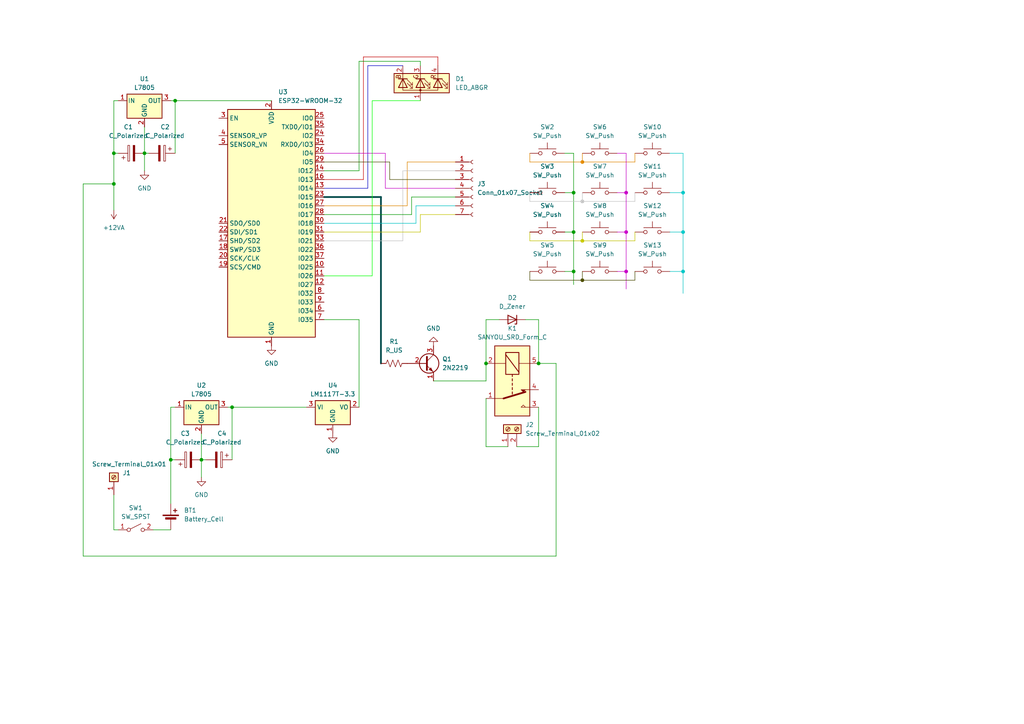
<source format=kicad_sch>
(kicad_sch (version 20230121) (generator eeschema)

  (uuid c5469cc0-e0b8-4de5-a252-74b00f96482e)

  (paper "A4")

  (lib_symbols
    (symbol "Connector:Conn_01x07_Socket" (pin_names (offset 1.016) hide) (in_bom yes) (on_board yes)
      (property "Reference" "J" (at 0 10.16 0)
        (effects (font (size 1.27 1.27)))
      )
      (property "Value" "Conn_01x07_Socket" (at 0 -10.16 0)
        (effects (font (size 1.27 1.27)))
      )
      (property "Footprint" "" (at 0 0 0)
        (effects (font (size 1.27 1.27)) hide)
      )
      (property "Datasheet" "~" (at 0 0 0)
        (effects (font (size 1.27 1.27)) hide)
      )
      (property "ki_locked" "" (at 0 0 0)
        (effects (font (size 1.27 1.27)))
      )
      (property "ki_keywords" "connector" (at 0 0 0)
        (effects (font (size 1.27 1.27)) hide)
      )
      (property "ki_description" "Generic connector, single row, 01x07, script generated" (at 0 0 0)
        (effects (font (size 1.27 1.27)) hide)
      )
      (property "ki_fp_filters" "Connector*:*_1x??_*" (at 0 0 0)
        (effects (font (size 1.27 1.27)) hide)
      )
      (symbol "Conn_01x07_Socket_1_1"
        (arc (start 0 -7.112) (mid -0.5058 -7.62) (end 0 -8.128)
          (stroke (width 0.1524) (type default))
          (fill (type none))
        )
        (arc (start 0 -4.572) (mid -0.5058 -5.08) (end 0 -5.588)
          (stroke (width 0.1524) (type default))
          (fill (type none))
        )
        (arc (start 0 -2.032) (mid -0.5058 -2.54) (end 0 -3.048)
          (stroke (width 0.1524) (type default))
          (fill (type none))
        )
        (polyline
          (pts
            (xy -1.27 -7.62)
            (xy -0.508 -7.62)
          )
          (stroke (width 0.1524) (type default))
          (fill (type none))
        )
        (polyline
          (pts
            (xy -1.27 -5.08)
            (xy -0.508 -5.08)
          )
          (stroke (width 0.1524) (type default))
          (fill (type none))
        )
        (polyline
          (pts
            (xy -1.27 -2.54)
            (xy -0.508 -2.54)
          )
          (stroke (width 0.1524) (type default))
          (fill (type none))
        )
        (polyline
          (pts
            (xy -1.27 0)
            (xy -0.508 0)
          )
          (stroke (width 0.1524) (type default))
          (fill (type none))
        )
        (polyline
          (pts
            (xy -1.27 2.54)
            (xy -0.508 2.54)
          )
          (stroke (width 0.1524) (type default))
          (fill (type none))
        )
        (polyline
          (pts
            (xy -1.27 5.08)
            (xy -0.508 5.08)
          )
          (stroke (width 0.1524) (type default))
          (fill (type none))
        )
        (polyline
          (pts
            (xy -1.27 7.62)
            (xy -0.508 7.62)
          )
          (stroke (width 0.1524) (type default))
          (fill (type none))
        )
        (arc (start 0 0.508) (mid -0.5058 0) (end 0 -0.508)
          (stroke (width 0.1524) (type default))
          (fill (type none))
        )
        (arc (start 0 3.048) (mid -0.5058 2.54) (end 0 2.032)
          (stroke (width 0.1524) (type default))
          (fill (type none))
        )
        (arc (start 0 5.588) (mid -0.5058 5.08) (end 0 4.572)
          (stroke (width 0.1524) (type default))
          (fill (type none))
        )
        (arc (start 0 8.128) (mid -0.5058 7.62) (end 0 7.112)
          (stroke (width 0.1524) (type default))
          (fill (type none))
        )
        (pin passive line (at -5.08 7.62 0) (length 3.81)
          (name "Pin_1" (effects (font (size 1.27 1.27))))
          (number "1" (effects (font (size 1.27 1.27))))
        )
        (pin passive line (at -5.08 5.08 0) (length 3.81)
          (name "Pin_2" (effects (font (size 1.27 1.27))))
          (number "2" (effects (font (size 1.27 1.27))))
        )
        (pin passive line (at -5.08 2.54 0) (length 3.81)
          (name "Pin_3" (effects (font (size 1.27 1.27))))
          (number "3" (effects (font (size 1.27 1.27))))
        )
        (pin passive line (at -5.08 0 0) (length 3.81)
          (name "Pin_4" (effects (font (size 1.27 1.27))))
          (number "4" (effects (font (size 1.27 1.27))))
        )
        (pin passive line (at -5.08 -2.54 0) (length 3.81)
          (name "Pin_5" (effects (font (size 1.27 1.27))))
          (number "5" (effects (font (size 1.27 1.27))))
        )
        (pin passive line (at -5.08 -5.08 0) (length 3.81)
          (name "Pin_6" (effects (font (size 1.27 1.27))))
          (number "6" (effects (font (size 1.27 1.27))))
        )
        (pin passive line (at -5.08 -7.62 0) (length 3.81)
          (name "Pin_7" (effects (font (size 1.27 1.27))))
          (number "7" (effects (font (size 1.27 1.27))))
        )
      )
    )
    (symbol "Connector:Screw_Terminal_01x01" (pin_names (offset 1.016) hide) (in_bom yes) (on_board yes)
      (property "Reference" "J" (at 0 2.54 0)
        (effects (font (size 1.27 1.27)))
      )
      (property "Value" "Screw_Terminal_01x01" (at 0 -2.54 0)
        (effects (font (size 1.27 1.27)))
      )
      (property "Footprint" "" (at 0 0 0)
        (effects (font (size 1.27 1.27)) hide)
      )
      (property "Datasheet" "~" (at 0 0 0)
        (effects (font (size 1.27 1.27)) hide)
      )
      (property "ki_keywords" "screw terminal" (at 0 0 0)
        (effects (font (size 1.27 1.27)) hide)
      )
      (property "ki_description" "Generic screw terminal, single row, 01x01, script generated (kicad-library-utils/schlib/autogen/connector/)" (at 0 0 0)
        (effects (font (size 1.27 1.27)) hide)
      )
      (property "ki_fp_filters" "TerminalBlock*:*" (at 0 0 0)
        (effects (font (size 1.27 1.27)) hide)
      )
      (symbol "Screw_Terminal_01x01_1_1"
        (rectangle (start -1.27 1.27) (end 1.27 -1.27)
          (stroke (width 0.254) (type default))
          (fill (type background))
        )
        (polyline
          (pts
            (xy -0.5334 0.3302)
            (xy 0.3302 -0.508)
          )
          (stroke (width 0.1524) (type default))
          (fill (type none))
        )
        (polyline
          (pts
            (xy -0.3556 0.508)
            (xy 0.508 -0.3302)
          )
          (stroke (width 0.1524) (type default))
          (fill (type none))
        )
        (circle (center 0 0) (radius 0.635)
          (stroke (width 0.1524) (type default))
          (fill (type none))
        )
        (pin passive line (at -5.08 0 0) (length 3.81)
          (name "Pin_1" (effects (font (size 1.27 1.27))))
          (number "1" (effects (font (size 1.27 1.27))))
        )
      )
    )
    (symbol "Connector:Screw_Terminal_01x02" (pin_names (offset 1.016) hide) (in_bom yes) (on_board yes)
      (property "Reference" "J" (at 0 2.54 0)
        (effects (font (size 1.27 1.27)))
      )
      (property "Value" "Screw_Terminal_01x02" (at 0 -5.08 0)
        (effects (font (size 1.27 1.27)))
      )
      (property "Footprint" "" (at 0 0 0)
        (effects (font (size 1.27 1.27)) hide)
      )
      (property "Datasheet" "~" (at 0 0 0)
        (effects (font (size 1.27 1.27)) hide)
      )
      (property "ki_keywords" "screw terminal" (at 0 0 0)
        (effects (font (size 1.27 1.27)) hide)
      )
      (property "ki_description" "Generic screw terminal, single row, 01x02, script generated (kicad-library-utils/schlib/autogen/connector/)" (at 0 0 0)
        (effects (font (size 1.27 1.27)) hide)
      )
      (property "ki_fp_filters" "TerminalBlock*:*" (at 0 0 0)
        (effects (font (size 1.27 1.27)) hide)
      )
      (symbol "Screw_Terminal_01x02_1_1"
        (rectangle (start -1.27 1.27) (end 1.27 -3.81)
          (stroke (width 0.254) (type default))
          (fill (type background))
        )
        (circle (center 0 -2.54) (radius 0.635)
          (stroke (width 0.1524) (type default))
          (fill (type none))
        )
        (polyline
          (pts
            (xy -0.5334 -2.2098)
            (xy 0.3302 -3.048)
          )
          (stroke (width 0.1524) (type default))
          (fill (type none))
        )
        (polyline
          (pts
            (xy -0.5334 0.3302)
            (xy 0.3302 -0.508)
          )
          (stroke (width 0.1524) (type default))
          (fill (type none))
        )
        (polyline
          (pts
            (xy -0.3556 -2.032)
            (xy 0.508 -2.8702)
          )
          (stroke (width 0.1524) (type default))
          (fill (type none))
        )
        (polyline
          (pts
            (xy -0.3556 0.508)
            (xy 0.508 -0.3302)
          )
          (stroke (width 0.1524) (type default))
          (fill (type none))
        )
        (circle (center 0 0) (radius 0.635)
          (stroke (width 0.1524) (type default))
          (fill (type none))
        )
        (pin passive line (at -5.08 0 0) (length 3.81)
          (name "Pin_1" (effects (font (size 1.27 1.27))))
          (number "1" (effects (font (size 1.27 1.27))))
        )
        (pin passive line (at -5.08 -2.54 0) (length 3.81)
          (name "Pin_2" (effects (font (size 1.27 1.27))))
          (number "2" (effects (font (size 1.27 1.27))))
        )
      )
    )
    (symbol "Device:Battery_Cell" (pin_numbers hide) (pin_names (offset 0) hide) (in_bom yes) (on_board yes)
      (property "Reference" "BT" (at 2.54 2.54 0)
        (effects (font (size 1.27 1.27)) (justify left))
      )
      (property "Value" "Battery_Cell" (at 2.54 0 0)
        (effects (font (size 1.27 1.27)) (justify left))
      )
      (property "Footprint" "" (at 0 1.524 90)
        (effects (font (size 1.27 1.27)) hide)
      )
      (property "Datasheet" "~" (at 0 1.524 90)
        (effects (font (size 1.27 1.27)) hide)
      )
      (property "ki_keywords" "battery cell" (at 0 0 0)
        (effects (font (size 1.27 1.27)) hide)
      )
      (property "ki_description" "Single-cell battery" (at 0 0 0)
        (effects (font (size 1.27 1.27)) hide)
      )
      (symbol "Battery_Cell_0_1"
        (rectangle (start -2.286 1.778) (end 2.286 1.524)
          (stroke (width 0) (type default))
          (fill (type outline))
        )
        (rectangle (start -1.524 1.016) (end 1.524 0.508)
          (stroke (width 0) (type default))
          (fill (type outline))
        )
        (polyline
          (pts
            (xy 0 0.762)
            (xy 0 0)
          )
          (stroke (width 0) (type default))
          (fill (type none))
        )
        (polyline
          (pts
            (xy 0 1.778)
            (xy 0 2.54)
          )
          (stroke (width 0) (type default))
          (fill (type none))
        )
        (polyline
          (pts
            (xy 0.762 3.048)
            (xy 1.778 3.048)
          )
          (stroke (width 0.254) (type default))
          (fill (type none))
        )
        (polyline
          (pts
            (xy 1.27 3.556)
            (xy 1.27 2.54)
          )
          (stroke (width 0.254) (type default))
          (fill (type none))
        )
      )
      (symbol "Battery_Cell_1_1"
        (pin passive line (at 0 5.08 270) (length 2.54)
          (name "+" (effects (font (size 1.27 1.27))))
          (number "1" (effects (font (size 1.27 1.27))))
        )
        (pin passive line (at 0 -2.54 90) (length 2.54)
          (name "-" (effects (font (size 1.27 1.27))))
          (number "2" (effects (font (size 1.27 1.27))))
        )
      )
    )
    (symbol "Device:C_Polarized" (pin_numbers hide) (pin_names (offset 0.254)) (in_bom yes) (on_board yes)
      (property "Reference" "C" (at 0.635 2.54 0)
        (effects (font (size 1.27 1.27)) (justify left))
      )
      (property "Value" "C_Polarized" (at 0.635 -2.54 0)
        (effects (font (size 1.27 1.27)) (justify left))
      )
      (property "Footprint" "" (at 0.9652 -3.81 0)
        (effects (font (size 1.27 1.27)) hide)
      )
      (property "Datasheet" "~" (at 0 0 0)
        (effects (font (size 1.27 1.27)) hide)
      )
      (property "ki_keywords" "cap capacitor" (at 0 0 0)
        (effects (font (size 1.27 1.27)) hide)
      )
      (property "ki_description" "Polarized capacitor" (at 0 0 0)
        (effects (font (size 1.27 1.27)) hide)
      )
      (property "ki_fp_filters" "CP_*" (at 0 0 0)
        (effects (font (size 1.27 1.27)) hide)
      )
      (symbol "C_Polarized_0_1"
        (rectangle (start -2.286 0.508) (end 2.286 1.016)
          (stroke (width 0) (type default))
          (fill (type none))
        )
        (polyline
          (pts
            (xy -1.778 2.286)
            (xy -0.762 2.286)
          )
          (stroke (width 0) (type default))
          (fill (type none))
        )
        (polyline
          (pts
            (xy -1.27 2.794)
            (xy -1.27 1.778)
          )
          (stroke (width 0) (type default))
          (fill (type none))
        )
        (rectangle (start 2.286 -0.508) (end -2.286 -1.016)
          (stroke (width 0) (type default))
          (fill (type outline))
        )
      )
      (symbol "C_Polarized_1_1"
        (pin passive line (at 0 3.81 270) (length 2.794)
          (name "~" (effects (font (size 1.27 1.27))))
          (number "1" (effects (font (size 1.27 1.27))))
        )
        (pin passive line (at 0 -3.81 90) (length 2.794)
          (name "~" (effects (font (size 1.27 1.27))))
          (number "2" (effects (font (size 1.27 1.27))))
        )
      )
    )
    (symbol "Device:D_Zener" (pin_numbers hide) (pin_names (offset 1.016) hide) (in_bom yes) (on_board yes)
      (property "Reference" "D" (at 0 2.54 0)
        (effects (font (size 1.27 1.27)))
      )
      (property "Value" "D_Zener" (at 0 -2.54 0)
        (effects (font (size 1.27 1.27)))
      )
      (property "Footprint" "" (at 0 0 0)
        (effects (font (size 1.27 1.27)) hide)
      )
      (property "Datasheet" "~" (at 0 0 0)
        (effects (font (size 1.27 1.27)) hide)
      )
      (property "ki_keywords" "diode" (at 0 0 0)
        (effects (font (size 1.27 1.27)) hide)
      )
      (property "ki_description" "Zener diode" (at 0 0 0)
        (effects (font (size 1.27 1.27)) hide)
      )
      (property "ki_fp_filters" "TO-???* *_Diode_* *SingleDiode* D_*" (at 0 0 0)
        (effects (font (size 1.27 1.27)) hide)
      )
      (symbol "D_Zener_0_1"
        (polyline
          (pts
            (xy 1.27 0)
            (xy -1.27 0)
          )
          (stroke (width 0) (type default))
          (fill (type none))
        )
        (polyline
          (pts
            (xy -1.27 -1.27)
            (xy -1.27 1.27)
            (xy -0.762 1.27)
          )
          (stroke (width 0.254) (type default))
          (fill (type none))
        )
        (polyline
          (pts
            (xy 1.27 -1.27)
            (xy 1.27 1.27)
            (xy -1.27 0)
            (xy 1.27 -1.27)
          )
          (stroke (width 0.254) (type default))
          (fill (type none))
        )
      )
      (symbol "D_Zener_1_1"
        (pin passive line (at -3.81 0 0) (length 2.54)
          (name "K" (effects (font (size 1.27 1.27))))
          (number "1" (effects (font (size 1.27 1.27))))
        )
        (pin passive line (at 3.81 0 180) (length 2.54)
          (name "A" (effects (font (size 1.27 1.27))))
          (number "2" (effects (font (size 1.27 1.27))))
        )
      )
    )
    (symbol "Device:LED_ABGR" (pin_names (offset 0) hide) (in_bom yes) (on_board yes)
      (property "Reference" "D" (at 0 9.398 0)
        (effects (font (size 1.27 1.27)))
      )
      (property "Value" "LED_ABGR" (at 0 -8.89 0)
        (effects (font (size 1.27 1.27)))
      )
      (property "Footprint" "" (at 0 -1.27 0)
        (effects (font (size 1.27 1.27)) hide)
      )
      (property "Datasheet" "~" (at 0 -1.27 0)
        (effects (font (size 1.27 1.27)) hide)
      )
      (property "ki_keywords" "LED RGB diode" (at 0 0 0)
        (effects (font (size 1.27 1.27)) hide)
      )
      (property "ki_description" "RGB LED, anode/blue/green/red" (at 0 0 0)
        (effects (font (size 1.27 1.27)) hide)
      )
      (property "ki_fp_filters" "LED* LED_SMD:* LED_THT:*" (at 0 0 0)
        (effects (font (size 1.27 1.27)) hide)
      )
      (symbol "LED_ABGR_0_0"
        (text "B" (at -1.905 -6.35 0)
          (effects (font (size 1.27 1.27)))
        )
        (text "G" (at -1.905 -1.27 0)
          (effects (font (size 1.27 1.27)))
        )
        (text "R" (at -1.905 3.81 0)
          (effects (font (size 1.27 1.27)))
        )
      )
      (symbol "LED_ABGR_0_1"
        (polyline
          (pts
            (xy -1.27 -5.08)
            (xy -2.54 -5.08)
          )
          (stroke (width 0) (type default))
          (fill (type none))
        )
        (polyline
          (pts
            (xy -1.27 -5.08)
            (xy 1.27 -5.08)
          )
          (stroke (width 0) (type default))
          (fill (type none))
        )
        (polyline
          (pts
            (xy -1.27 -3.81)
            (xy -1.27 -6.35)
          )
          (stroke (width 0.254) (type default))
          (fill (type none))
        )
        (polyline
          (pts
            (xy -1.27 0)
            (xy -2.54 0)
          )
          (stroke (width 0) (type default))
          (fill (type none))
        )
        (polyline
          (pts
            (xy -1.27 1.27)
            (xy -1.27 -1.27)
          )
          (stroke (width 0.254) (type default))
          (fill (type none))
        )
        (polyline
          (pts
            (xy -1.27 5.08)
            (xy -2.54 5.08)
          )
          (stroke (width 0) (type default))
          (fill (type none))
        )
        (polyline
          (pts
            (xy -1.27 5.08)
            (xy 1.27 5.08)
          )
          (stroke (width 0) (type default))
          (fill (type none))
        )
        (polyline
          (pts
            (xy -1.27 6.35)
            (xy -1.27 3.81)
          )
          (stroke (width 0.254) (type default))
          (fill (type none))
        )
        (polyline
          (pts
            (xy 1.27 0)
            (xy -1.27 0)
          )
          (stroke (width 0) (type default))
          (fill (type none))
        )
        (polyline
          (pts
            (xy 1.27 0)
            (xy 2.54 0)
          )
          (stroke (width 0) (type default))
          (fill (type none))
        )
        (polyline
          (pts
            (xy -1.27 1.27)
            (xy -1.27 -1.27)
            (xy -1.27 -1.27)
          )
          (stroke (width 0) (type default))
          (fill (type none))
        )
        (polyline
          (pts
            (xy -1.27 6.35)
            (xy -1.27 3.81)
            (xy -1.27 3.81)
          )
          (stroke (width 0) (type default))
          (fill (type none))
        )
        (polyline
          (pts
            (xy 1.27 -5.08)
            (xy 2.032 -5.08)
            (xy 2.032 5.08)
            (xy 1.27 5.08)
          )
          (stroke (width 0) (type default))
          (fill (type none))
        )
        (polyline
          (pts
            (xy 1.27 -3.81)
            (xy 1.27 -6.35)
            (xy -1.27 -5.08)
            (xy 1.27 -3.81)
          )
          (stroke (width 0.254) (type default))
          (fill (type none))
        )
        (polyline
          (pts
            (xy 1.27 1.27)
            (xy 1.27 -1.27)
            (xy -1.27 0)
            (xy 1.27 1.27)
          )
          (stroke (width 0.254) (type default))
          (fill (type none))
        )
        (polyline
          (pts
            (xy 1.27 6.35)
            (xy 1.27 3.81)
            (xy -1.27 5.08)
            (xy 1.27 6.35)
          )
          (stroke (width 0.254) (type default))
          (fill (type none))
        )
        (polyline
          (pts
            (xy -1.016 -3.81)
            (xy 0.508 -2.286)
            (xy -0.254 -2.286)
            (xy 0.508 -2.286)
            (xy 0.508 -3.048)
          )
          (stroke (width 0) (type default))
          (fill (type none))
        )
        (polyline
          (pts
            (xy -1.016 1.27)
            (xy 0.508 2.794)
            (xy -0.254 2.794)
            (xy 0.508 2.794)
            (xy 0.508 2.032)
          )
          (stroke (width 0) (type default))
          (fill (type none))
        )
        (polyline
          (pts
            (xy -1.016 6.35)
            (xy 0.508 7.874)
            (xy -0.254 7.874)
            (xy 0.508 7.874)
            (xy 0.508 7.112)
          )
          (stroke (width 0) (type default))
          (fill (type none))
        )
        (polyline
          (pts
            (xy 0 -3.81)
            (xy 1.524 -2.286)
            (xy 0.762 -2.286)
            (xy 1.524 -2.286)
            (xy 1.524 -3.048)
          )
          (stroke (width 0) (type default))
          (fill (type none))
        )
        (polyline
          (pts
            (xy 0 1.27)
            (xy 1.524 2.794)
            (xy 0.762 2.794)
            (xy 1.524 2.794)
            (xy 1.524 2.032)
          )
          (stroke (width 0) (type default))
          (fill (type none))
        )
        (polyline
          (pts
            (xy 0 6.35)
            (xy 1.524 7.874)
            (xy 0.762 7.874)
            (xy 1.524 7.874)
            (xy 1.524 7.112)
          )
          (stroke (width 0) (type default))
          (fill (type none))
        )
        (rectangle (start 1.27 -1.27) (end 1.27 1.27)
          (stroke (width 0) (type default))
          (fill (type none))
        )
        (rectangle (start 1.27 1.27) (end 1.27 1.27)
          (stroke (width 0) (type default))
          (fill (type none))
        )
        (rectangle (start 1.27 3.81) (end 1.27 6.35)
          (stroke (width 0) (type default))
          (fill (type none))
        )
        (rectangle (start 1.27 6.35) (end 1.27 6.35)
          (stroke (width 0) (type default))
          (fill (type none))
        )
        (circle (center 2.032 0) (radius 0.254)
          (stroke (width 0) (type default))
          (fill (type outline))
        )
        (rectangle (start 2.794 8.382) (end -2.794 -7.62)
          (stroke (width 0.254) (type default))
          (fill (type background))
        )
      )
      (symbol "LED_ABGR_1_1"
        (pin passive line (at 5.08 0 180) (length 2.54)
          (name "A" (effects (font (size 1.27 1.27))))
          (number "1" (effects (font (size 1.27 1.27))))
        )
        (pin passive line (at -5.08 -5.08 0) (length 2.54)
          (name "BK" (effects (font (size 1.27 1.27))))
          (number "2" (effects (font (size 1.27 1.27))))
        )
        (pin passive line (at -5.08 0 0) (length 2.54)
          (name "GK" (effects (font (size 1.27 1.27))))
          (number "3" (effects (font (size 1.27 1.27))))
        )
        (pin passive line (at -5.08 5.08 0) (length 2.54)
          (name "RK" (effects (font (size 1.27 1.27))))
          (number "4" (effects (font (size 1.27 1.27))))
        )
      )
    )
    (symbol "Device:R_US" (pin_numbers hide) (pin_names (offset 0)) (in_bom yes) (on_board yes)
      (property "Reference" "R" (at 2.54 0 90)
        (effects (font (size 1.27 1.27)))
      )
      (property "Value" "R_US" (at -2.54 0 90)
        (effects (font (size 1.27 1.27)))
      )
      (property "Footprint" "" (at 1.016 -0.254 90)
        (effects (font (size 1.27 1.27)) hide)
      )
      (property "Datasheet" "~" (at 0 0 0)
        (effects (font (size 1.27 1.27)) hide)
      )
      (property "ki_keywords" "R res resistor" (at 0 0 0)
        (effects (font (size 1.27 1.27)) hide)
      )
      (property "ki_description" "Resistor, US symbol" (at 0 0 0)
        (effects (font (size 1.27 1.27)) hide)
      )
      (property "ki_fp_filters" "R_*" (at 0 0 0)
        (effects (font (size 1.27 1.27)) hide)
      )
      (symbol "R_US_0_1"
        (polyline
          (pts
            (xy 0 -2.286)
            (xy 0 -2.54)
          )
          (stroke (width 0) (type default))
          (fill (type none))
        )
        (polyline
          (pts
            (xy 0 2.286)
            (xy 0 2.54)
          )
          (stroke (width 0) (type default))
          (fill (type none))
        )
        (polyline
          (pts
            (xy 0 -0.762)
            (xy 1.016 -1.143)
            (xy 0 -1.524)
            (xy -1.016 -1.905)
            (xy 0 -2.286)
          )
          (stroke (width 0) (type default))
          (fill (type none))
        )
        (polyline
          (pts
            (xy 0 0.762)
            (xy 1.016 0.381)
            (xy 0 0)
            (xy -1.016 -0.381)
            (xy 0 -0.762)
          )
          (stroke (width 0) (type default))
          (fill (type none))
        )
        (polyline
          (pts
            (xy 0 2.286)
            (xy 1.016 1.905)
            (xy 0 1.524)
            (xy -1.016 1.143)
            (xy 0 0.762)
          )
          (stroke (width 0) (type default))
          (fill (type none))
        )
      )
      (symbol "R_US_1_1"
        (pin passive line (at 0 3.81 270) (length 1.27)
          (name "~" (effects (font (size 1.27 1.27))))
          (number "1" (effects (font (size 1.27 1.27))))
        )
        (pin passive line (at 0 -3.81 90) (length 1.27)
          (name "~" (effects (font (size 1.27 1.27))))
          (number "2" (effects (font (size 1.27 1.27))))
        )
      )
    )
    (symbol "RF_Module:ESP32-WROOM-32" (in_bom yes) (on_board yes)
      (property "Reference" "U" (at -12.7 34.29 0)
        (effects (font (size 1.27 1.27)) (justify left))
      )
      (property "Value" "ESP32-WROOM-32" (at 1.27 34.29 0)
        (effects (font (size 1.27 1.27)) (justify left))
      )
      (property "Footprint" "RF_Module:ESP32-WROOM-32" (at 0 -38.1 0)
        (effects (font (size 1.27 1.27)) hide)
      )
      (property "Datasheet" "https://www.espressif.com/sites/default/files/documentation/esp32-wroom-32_datasheet_en.pdf" (at -7.62 1.27 0)
        (effects (font (size 1.27 1.27)) hide)
      )
      (property "ki_keywords" "RF Radio BT ESP ESP32 Espressif onboard PCB antenna" (at 0 0 0)
        (effects (font (size 1.27 1.27)) hide)
      )
      (property "ki_description" "RF Module, ESP32-D0WDQ6 SoC, Wi-Fi 802.11b/g/n, Bluetooth, BLE, 32-bit, 2.7-3.6V, onboard antenna, SMD" (at 0 0 0)
        (effects (font (size 1.27 1.27)) hide)
      )
      (property "ki_fp_filters" "ESP32?WROOM?32*" (at 0 0 0)
        (effects (font (size 1.27 1.27)) hide)
      )
      (symbol "ESP32-WROOM-32_0_1"
        (rectangle (start -12.7 33.02) (end 12.7 -33.02)
          (stroke (width 0.254) (type default))
          (fill (type background))
        )
      )
      (symbol "ESP32-WROOM-32_1_1"
        (pin power_in line (at 0 -35.56 90) (length 2.54)
          (name "GND" (effects (font (size 1.27 1.27))))
          (number "1" (effects (font (size 1.27 1.27))))
        )
        (pin bidirectional line (at 15.24 -12.7 180) (length 2.54)
          (name "IO25" (effects (font (size 1.27 1.27))))
          (number "10" (effects (font (size 1.27 1.27))))
        )
        (pin bidirectional line (at 15.24 -15.24 180) (length 2.54)
          (name "IO26" (effects (font (size 1.27 1.27))))
          (number "11" (effects (font (size 1.27 1.27))))
        )
        (pin bidirectional line (at 15.24 -17.78 180) (length 2.54)
          (name "IO27" (effects (font (size 1.27 1.27))))
          (number "12" (effects (font (size 1.27 1.27))))
        )
        (pin bidirectional line (at 15.24 10.16 180) (length 2.54)
          (name "IO14" (effects (font (size 1.27 1.27))))
          (number "13" (effects (font (size 1.27 1.27))))
        )
        (pin bidirectional line (at 15.24 15.24 180) (length 2.54)
          (name "IO12" (effects (font (size 1.27 1.27))))
          (number "14" (effects (font (size 1.27 1.27))))
        )
        (pin passive line (at 0 -35.56 90) (length 2.54) hide
          (name "GND" (effects (font (size 1.27 1.27))))
          (number "15" (effects (font (size 1.27 1.27))))
        )
        (pin bidirectional line (at 15.24 12.7 180) (length 2.54)
          (name "IO13" (effects (font (size 1.27 1.27))))
          (number "16" (effects (font (size 1.27 1.27))))
        )
        (pin bidirectional line (at -15.24 -5.08 0) (length 2.54)
          (name "SHD/SD2" (effects (font (size 1.27 1.27))))
          (number "17" (effects (font (size 1.27 1.27))))
        )
        (pin bidirectional line (at -15.24 -7.62 0) (length 2.54)
          (name "SWP/SD3" (effects (font (size 1.27 1.27))))
          (number "18" (effects (font (size 1.27 1.27))))
        )
        (pin bidirectional line (at -15.24 -12.7 0) (length 2.54)
          (name "SCS/CMD" (effects (font (size 1.27 1.27))))
          (number "19" (effects (font (size 1.27 1.27))))
        )
        (pin power_in line (at 0 35.56 270) (length 2.54)
          (name "VDD" (effects (font (size 1.27 1.27))))
          (number "2" (effects (font (size 1.27 1.27))))
        )
        (pin bidirectional line (at -15.24 -10.16 0) (length 2.54)
          (name "SCK/CLK" (effects (font (size 1.27 1.27))))
          (number "20" (effects (font (size 1.27 1.27))))
        )
        (pin bidirectional line (at -15.24 0 0) (length 2.54)
          (name "SDO/SD0" (effects (font (size 1.27 1.27))))
          (number "21" (effects (font (size 1.27 1.27))))
        )
        (pin bidirectional line (at -15.24 -2.54 0) (length 2.54)
          (name "SDI/SD1" (effects (font (size 1.27 1.27))))
          (number "22" (effects (font (size 1.27 1.27))))
        )
        (pin bidirectional line (at 15.24 7.62 180) (length 2.54)
          (name "IO15" (effects (font (size 1.27 1.27))))
          (number "23" (effects (font (size 1.27 1.27))))
        )
        (pin bidirectional line (at 15.24 25.4 180) (length 2.54)
          (name "IO2" (effects (font (size 1.27 1.27))))
          (number "24" (effects (font (size 1.27 1.27))))
        )
        (pin bidirectional line (at 15.24 30.48 180) (length 2.54)
          (name "IO0" (effects (font (size 1.27 1.27))))
          (number "25" (effects (font (size 1.27 1.27))))
        )
        (pin bidirectional line (at 15.24 20.32 180) (length 2.54)
          (name "IO4" (effects (font (size 1.27 1.27))))
          (number "26" (effects (font (size 1.27 1.27))))
        )
        (pin bidirectional line (at 15.24 5.08 180) (length 2.54)
          (name "IO16" (effects (font (size 1.27 1.27))))
          (number "27" (effects (font (size 1.27 1.27))))
        )
        (pin bidirectional line (at 15.24 2.54 180) (length 2.54)
          (name "IO17" (effects (font (size 1.27 1.27))))
          (number "28" (effects (font (size 1.27 1.27))))
        )
        (pin bidirectional line (at 15.24 17.78 180) (length 2.54)
          (name "IO5" (effects (font (size 1.27 1.27))))
          (number "29" (effects (font (size 1.27 1.27))))
        )
        (pin input line (at -15.24 30.48 0) (length 2.54)
          (name "EN" (effects (font (size 1.27 1.27))))
          (number "3" (effects (font (size 1.27 1.27))))
        )
        (pin bidirectional line (at 15.24 0 180) (length 2.54)
          (name "IO18" (effects (font (size 1.27 1.27))))
          (number "30" (effects (font (size 1.27 1.27))))
        )
        (pin bidirectional line (at 15.24 -2.54 180) (length 2.54)
          (name "IO19" (effects (font (size 1.27 1.27))))
          (number "31" (effects (font (size 1.27 1.27))))
        )
        (pin no_connect line (at -12.7 -27.94 0) (length 2.54) hide
          (name "NC" (effects (font (size 1.27 1.27))))
          (number "32" (effects (font (size 1.27 1.27))))
        )
        (pin bidirectional line (at 15.24 -5.08 180) (length 2.54)
          (name "IO21" (effects (font (size 1.27 1.27))))
          (number "33" (effects (font (size 1.27 1.27))))
        )
        (pin bidirectional line (at 15.24 22.86 180) (length 2.54)
          (name "RXD0/IO3" (effects (font (size 1.27 1.27))))
          (number "34" (effects (font (size 1.27 1.27))))
        )
        (pin bidirectional line (at 15.24 27.94 180) (length 2.54)
          (name "TXD0/IO1" (effects (font (size 1.27 1.27))))
          (number "35" (effects (font (size 1.27 1.27))))
        )
        (pin bidirectional line (at 15.24 -7.62 180) (length 2.54)
          (name "IO22" (effects (font (size 1.27 1.27))))
          (number "36" (effects (font (size 1.27 1.27))))
        )
        (pin bidirectional line (at 15.24 -10.16 180) (length 2.54)
          (name "IO23" (effects (font (size 1.27 1.27))))
          (number "37" (effects (font (size 1.27 1.27))))
        )
        (pin passive line (at 0 -35.56 90) (length 2.54) hide
          (name "GND" (effects (font (size 1.27 1.27))))
          (number "38" (effects (font (size 1.27 1.27))))
        )
        (pin passive line (at 0 -35.56 90) (length 2.54) hide
          (name "GND" (effects (font (size 1.27 1.27))))
          (number "39" (effects (font (size 1.27 1.27))))
        )
        (pin input line (at -15.24 25.4 0) (length 2.54)
          (name "SENSOR_VP" (effects (font (size 1.27 1.27))))
          (number "4" (effects (font (size 1.27 1.27))))
        )
        (pin input line (at -15.24 22.86 0) (length 2.54)
          (name "SENSOR_VN" (effects (font (size 1.27 1.27))))
          (number "5" (effects (font (size 1.27 1.27))))
        )
        (pin input line (at 15.24 -25.4 180) (length 2.54)
          (name "IO34" (effects (font (size 1.27 1.27))))
          (number "6" (effects (font (size 1.27 1.27))))
        )
        (pin input line (at 15.24 -27.94 180) (length 2.54)
          (name "IO35" (effects (font (size 1.27 1.27))))
          (number "7" (effects (font (size 1.27 1.27))))
        )
        (pin bidirectional line (at 15.24 -20.32 180) (length 2.54)
          (name "IO32" (effects (font (size 1.27 1.27))))
          (number "8" (effects (font (size 1.27 1.27))))
        )
        (pin bidirectional line (at 15.24 -22.86 180) (length 2.54)
          (name "IO33" (effects (font (size 1.27 1.27))))
          (number "9" (effects (font (size 1.27 1.27))))
        )
      )
    )
    (symbol "Regulator_Linear:L7805" (pin_names (offset 0.254)) (in_bom yes) (on_board yes)
      (property "Reference" "U" (at -3.81 3.175 0)
        (effects (font (size 1.27 1.27)))
      )
      (property "Value" "L7805" (at 0 3.175 0)
        (effects (font (size 1.27 1.27)) (justify left))
      )
      (property "Footprint" "" (at 0.635 -3.81 0)
        (effects (font (size 1.27 1.27) italic) (justify left) hide)
      )
      (property "Datasheet" "http://www.st.com/content/ccc/resource/technical/document/datasheet/41/4f/b3/b0/12/d4/47/88/CD00000444.pdf/files/CD00000444.pdf/jcr:content/translations/en.CD00000444.pdf" (at 0 -1.27 0)
        (effects (font (size 1.27 1.27)) hide)
      )
      (property "ki_keywords" "Voltage Regulator 1.5A Positive" (at 0 0 0)
        (effects (font (size 1.27 1.27)) hide)
      )
      (property "ki_description" "Positive 1.5A 35V Linear Regulator, Fixed Output 5V, TO-220/TO-263/TO-252" (at 0 0 0)
        (effects (font (size 1.27 1.27)) hide)
      )
      (property "ki_fp_filters" "TO?252* TO?263* TO?220*" (at 0 0 0)
        (effects (font (size 1.27 1.27)) hide)
      )
      (symbol "L7805_0_1"
        (rectangle (start -5.08 1.905) (end 5.08 -5.08)
          (stroke (width 0.254) (type default))
          (fill (type background))
        )
      )
      (symbol "L7805_1_1"
        (pin power_in line (at -7.62 0 0) (length 2.54)
          (name "IN" (effects (font (size 1.27 1.27))))
          (number "1" (effects (font (size 1.27 1.27))))
        )
        (pin power_in line (at 0 -7.62 90) (length 2.54)
          (name "GND" (effects (font (size 1.27 1.27))))
          (number "2" (effects (font (size 1.27 1.27))))
        )
        (pin power_out line (at 7.62 0 180) (length 2.54)
          (name "OUT" (effects (font (size 1.27 1.27))))
          (number "3" (effects (font (size 1.27 1.27))))
        )
      )
    )
    (symbol "Regulator_Linear:LM1117T-3.3" (in_bom yes) (on_board yes)
      (property "Reference" "U" (at -3.81 3.175 0)
        (effects (font (size 1.27 1.27)))
      )
      (property "Value" "LM1117T-3.3" (at 0 3.175 0)
        (effects (font (size 1.27 1.27)) (justify left))
      )
      (property "Footprint" "Package_TO_SOT_THT:TO-220-3_Horizontal_TabDown" (at 0 0 0)
        (effects (font (size 1.27 1.27)) hide)
      )
      (property "Datasheet" "http://www.ti.com/lit/ds/symlink/lm1117.pdf" (at 0 0 0)
        (effects (font (size 1.27 1.27)) hide)
      )
      (property "ki_keywords" "linear regulator ldo fixed positive" (at 0 0 0)
        (effects (font (size 1.27 1.27)) hide)
      )
      (property "ki_description" "800mA Low-Dropout Linear Regulator, 3.3V fixed output, TO-220" (at 0 0 0)
        (effects (font (size 1.27 1.27)) hide)
      )
      (property "ki_fp_filters" "TO?220*" (at 0 0 0)
        (effects (font (size 1.27 1.27)) hide)
      )
      (symbol "LM1117T-3.3_0_1"
        (rectangle (start -5.08 -5.08) (end 5.08 1.905)
          (stroke (width 0.254) (type default))
          (fill (type background))
        )
      )
      (symbol "LM1117T-3.3_1_1"
        (pin power_in line (at 0 -7.62 90) (length 2.54)
          (name "GND" (effects (font (size 1.27 1.27))))
          (number "1" (effects (font (size 1.27 1.27))))
        )
        (pin power_out line (at 7.62 0 180) (length 2.54)
          (name "VO" (effects (font (size 1.27 1.27))))
          (number "2" (effects (font (size 1.27 1.27))))
        )
        (pin power_in line (at -7.62 0 0) (length 2.54)
          (name "VI" (effects (font (size 1.27 1.27))))
          (number "3" (effects (font (size 1.27 1.27))))
        )
      )
    )
    (symbol "Relay:SANYOU_SRD_Form_C" (in_bom yes) (on_board yes)
      (property "Reference" "K" (at 11.43 3.81 0)
        (effects (font (size 1.27 1.27)) (justify left))
      )
      (property "Value" "SANYOU_SRD_Form_C" (at 11.43 1.27 0)
        (effects (font (size 1.27 1.27)) (justify left))
      )
      (property "Footprint" "Relay_THT:Relay_SPDT_SANYOU_SRD_Series_Form_C" (at 11.43 -1.27 0)
        (effects (font (size 1.27 1.27)) (justify left) hide)
      )
      (property "Datasheet" "http://www.sanyourelay.ca/public/products/pdf/SRD.pdf" (at 0 0 0)
        (effects (font (size 1.27 1.27)) hide)
      )
      (property "ki_keywords" "Single Pole Relay SPDT" (at 0 0 0)
        (effects (font (size 1.27 1.27)) hide)
      )
      (property "ki_description" "Sanyo SRD relay, Single Pole Miniature Power Relay," (at 0 0 0)
        (effects (font (size 1.27 1.27)) hide)
      )
      (property "ki_fp_filters" "Relay*SPDT*SANYOU*SRD*Series*Form*C*" (at 0 0 0)
        (effects (font (size 1.27 1.27)) hide)
      )
      (symbol "SANYOU_SRD_Form_C_0_0"
        (polyline
          (pts
            (xy 7.62 5.08)
            (xy 7.62 2.54)
            (xy 6.985 3.175)
            (xy 7.62 3.81)
          )
          (stroke (width 0) (type default))
          (fill (type none))
        )
      )
      (symbol "SANYOU_SRD_Form_C_0_1"
        (rectangle (start -10.16 5.08) (end 10.16 -5.08)
          (stroke (width 0.254) (type default))
          (fill (type background))
        )
        (rectangle (start -8.255 1.905) (end -1.905 -1.905)
          (stroke (width 0.254) (type default))
          (fill (type none))
        )
        (polyline
          (pts
            (xy -7.62 -1.905)
            (xy -2.54 1.905)
          )
          (stroke (width 0.254) (type default))
          (fill (type none))
        )
        (polyline
          (pts
            (xy -5.08 -5.08)
            (xy -5.08 -1.905)
          )
          (stroke (width 0) (type default))
          (fill (type none))
        )
        (polyline
          (pts
            (xy -5.08 5.08)
            (xy -5.08 1.905)
          )
          (stroke (width 0) (type default))
          (fill (type none))
        )
        (polyline
          (pts
            (xy -1.905 0)
            (xy -1.27 0)
          )
          (stroke (width 0.254) (type default))
          (fill (type none))
        )
        (polyline
          (pts
            (xy -0.635 0)
            (xy 0 0)
          )
          (stroke (width 0.254) (type default))
          (fill (type none))
        )
        (polyline
          (pts
            (xy 0.635 0)
            (xy 1.27 0)
          )
          (stroke (width 0.254) (type default))
          (fill (type none))
        )
        (polyline
          (pts
            (xy 1.905 0)
            (xy 2.54 0)
          )
          (stroke (width 0.254) (type default))
          (fill (type none))
        )
        (polyline
          (pts
            (xy 3.175 0)
            (xy 3.81 0)
          )
          (stroke (width 0.254) (type default))
          (fill (type none))
        )
        (polyline
          (pts
            (xy 5.08 -2.54)
            (xy 3.175 3.81)
          )
          (stroke (width 0.508) (type default))
          (fill (type none))
        )
        (polyline
          (pts
            (xy 5.08 -2.54)
            (xy 5.08 -5.08)
          )
          (stroke (width 0) (type default))
          (fill (type none))
        )
      )
      (symbol "SANYOU_SRD_Form_C_1_1"
        (polyline
          (pts
            (xy 2.54 3.81)
            (xy 3.175 3.175)
            (xy 2.54 2.54)
            (xy 2.54 5.08)
          )
          (stroke (width 0) (type default))
          (fill (type outline))
        )
        (pin passive line (at 5.08 -7.62 90) (length 2.54)
          (name "~" (effects (font (size 1.27 1.27))))
          (number "1" (effects (font (size 1.27 1.27))))
        )
        (pin passive line (at -5.08 -7.62 90) (length 2.54)
          (name "~" (effects (font (size 1.27 1.27))))
          (number "2" (effects (font (size 1.27 1.27))))
        )
        (pin passive line (at 7.62 7.62 270) (length 2.54)
          (name "~" (effects (font (size 1.27 1.27))))
          (number "3" (effects (font (size 1.27 1.27))))
        )
        (pin passive line (at 2.54 7.62 270) (length 2.54)
          (name "~" (effects (font (size 1.27 1.27))))
          (number "4" (effects (font (size 1.27 1.27))))
        )
        (pin passive line (at -5.08 7.62 270) (length 2.54)
          (name "~" (effects (font (size 1.27 1.27))))
          (number "5" (effects (font (size 1.27 1.27))))
        )
      )
    )
    (symbol "Switch:SW_Push" (pin_numbers hide) (pin_names (offset 1.016) hide) (in_bom yes) (on_board yes)
      (property "Reference" "SW" (at 1.27 2.54 0)
        (effects (font (size 1.27 1.27)) (justify left))
      )
      (property "Value" "SW_Push" (at 0 -1.524 0)
        (effects (font (size 1.27 1.27)))
      )
      (property "Footprint" "" (at 0 5.08 0)
        (effects (font (size 1.27 1.27)) hide)
      )
      (property "Datasheet" "~" (at 0 5.08 0)
        (effects (font (size 1.27 1.27)) hide)
      )
      (property "ki_keywords" "switch normally-open pushbutton push-button" (at 0 0 0)
        (effects (font (size 1.27 1.27)) hide)
      )
      (property "ki_description" "Push button switch, generic, two pins" (at 0 0 0)
        (effects (font (size 1.27 1.27)) hide)
      )
      (symbol "SW_Push_0_1"
        (circle (center -2.032 0) (radius 0.508)
          (stroke (width 0) (type default))
          (fill (type none))
        )
        (polyline
          (pts
            (xy 0 1.27)
            (xy 0 3.048)
          )
          (stroke (width 0) (type default))
          (fill (type none))
        )
        (polyline
          (pts
            (xy 2.54 1.27)
            (xy -2.54 1.27)
          )
          (stroke (width 0) (type default))
          (fill (type none))
        )
        (circle (center 2.032 0) (radius 0.508)
          (stroke (width 0) (type default))
          (fill (type none))
        )
        (pin passive line (at -5.08 0 0) (length 2.54)
          (name "1" (effects (font (size 1.27 1.27))))
          (number "1" (effects (font (size 1.27 1.27))))
        )
        (pin passive line (at 5.08 0 180) (length 2.54)
          (name "2" (effects (font (size 1.27 1.27))))
          (number "2" (effects (font (size 1.27 1.27))))
        )
      )
    )
    (symbol "Switch:SW_SPST" (pin_names (offset 0) hide) (in_bom yes) (on_board yes)
      (property "Reference" "SW" (at 0 3.175 0)
        (effects (font (size 1.27 1.27)))
      )
      (property "Value" "SW_SPST" (at 0 -2.54 0)
        (effects (font (size 1.27 1.27)))
      )
      (property "Footprint" "" (at 0 0 0)
        (effects (font (size 1.27 1.27)) hide)
      )
      (property "Datasheet" "~" (at 0 0 0)
        (effects (font (size 1.27 1.27)) hide)
      )
      (property "ki_keywords" "switch lever" (at 0 0 0)
        (effects (font (size 1.27 1.27)) hide)
      )
      (property "ki_description" "Single Pole Single Throw (SPST) switch" (at 0 0 0)
        (effects (font (size 1.27 1.27)) hide)
      )
      (symbol "SW_SPST_0_0"
        (circle (center -2.032 0) (radius 0.508)
          (stroke (width 0) (type default))
          (fill (type none))
        )
        (polyline
          (pts
            (xy -1.524 0.254)
            (xy 1.524 1.778)
          )
          (stroke (width 0) (type default))
          (fill (type none))
        )
        (circle (center 2.032 0) (radius 0.508)
          (stroke (width 0) (type default))
          (fill (type none))
        )
      )
      (symbol "SW_SPST_1_1"
        (pin passive line (at -5.08 0 0) (length 2.54)
          (name "A" (effects (font (size 1.27 1.27))))
          (number "1" (effects (font (size 1.27 1.27))))
        )
        (pin passive line (at 5.08 0 180) (length 2.54)
          (name "B" (effects (font (size 1.27 1.27))))
          (number "2" (effects (font (size 1.27 1.27))))
        )
      )
    )
    (symbol "Transistor_BJT:2N2219" (pin_names (offset 0) hide) (in_bom yes) (on_board yes)
      (property "Reference" "Q" (at 5.08 1.905 0)
        (effects (font (size 1.27 1.27)) (justify left))
      )
      (property "Value" "2N2219" (at 5.08 0 0)
        (effects (font (size 1.27 1.27)) (justify left))
      )
      (property "Footprint" "Package_TO_SOT_THT:TO-39-3" (at 5.08 -1.905 0)
        (effects (font (size 1.27 1.27) italic) (justify left) hide)
      )
      (property "Datasheet" "http://www.onsemi.com/pub_link/Collateral/2N2219-D.PDF" (at 0 0 0)
        (effects (font (size 1.27 1.27)) (justify left) hide)
      )
      (property "ki_keywords" "NPN Transistor" (at 0 0 0)
        (effects (font (size 1.27 1.27)) hide)
      )
      (property "ki_description" "800mA Ic, 50V Vce, NPN Transistor, TO-39" (at 0 0 0)
        (effects (font (size 1.27 1.27)) hide)
      )
      (property "ki_fp_filters" "TO?39*" (at 0 0 0)
        (effects (font (size 1.27 1.27)) hide)
      )
      (symbol "2N2219_0_1"
        (polyline
          (pts
            (xy 0.635 0.635)
            (xy 2.54 2.54)
          )
          (stroke (width 0) (type default))
          (fill (type none))
        )
        (polyline
          (pts
            (xy 0.635 -0.635)
            (xy 2.54 -2.54)
            (xy 2.54 -2.54)
          )
          (stroke (width 0) (type default))
          (fill (type none))
        )
        (polyline
          (pts
            (xy 0.635 1.905)
            (xy 0.635 -1.905)
            (xy 0.635 -1.905)
          )
          (stroke (width 0.508) (type default))
          (fill (type none))
        )
        (polyline
          (pts
            (xy 1.27 -1.778)
            (xy 1.778 -1.27)
            (xy 2.286 -2.286)
            (xy 1.27 -1.778)
            (xy 1.27 -1.778)
          )
          (stroke (width 0) (type default))
          (fill (type outline))
        )
        (circle (center 1.27 0) (radius 2.8194)
          (stroke (width 0.254) (type default))
          (fill (type none))
        )
      )
      (symbol "2N2219_1_1"
        (pin passive line (at 2.54 -5.08 90) (length 2.54)
          (name "E" (effects (font (size 1.27 1.27))))
          (number "1" (effects (font (size 1.27 1.27))))
        )
        (pin passive line (at -5.08 0 0) (length 5.715)
          (name "B" (effects (font (size 1.27 1.27))))
          (number "2" (effects (font (size 1.27 1.27))))
        )
        (pin passive line (at 2.54 5.08 270) (length 2.54)
          (name "C" (effects (font (size 1.27 1.27))))
          (number "3" (effects (font (size 1.27 1.27))))
        )
      )
    )
    (symbol "power:+12VA" (power) (pin_names (offset 0)) (in_bom yes) (on_board yes)
      (property "Reference" "#PWR" (at 0 -3.81 0)
        (effects (font (size 1.27 1.27)) hide)
      )
      (property "Value" "+12VA" (at 0 3.556 0)
        (effects (font (size 1.27 1.27)))
      )
      (property "Footprint" "" (at 0 0 0)
        (effects (font (size 1.27 1.27)) hide)
      )
      (property "Datasheet" "" (at 0 0 0)
        (effects (font (size 1.27 1.27)) hide)
      )
      (property "ki_keywords" "global power" (at 0 0 0)
        (effects (font (size 1.27 1.27)) hide)
      )
      (property "ki_description" "Power symbol creates a global label with name \"+12VA\"" (at 0 0 0)
        (effects (font (size 1.27 1.27)) hide)
      )
      (symbol "+12VA_0_1"
        (polyline
          (pts
            (xy -0.762 1.27)
            (xy 0 2.54)
          )
          (stroke (width 0) (type default))
          (fill (type none))
        )
        (polyline
          (pts
            (xy 0 0)
            (xy 0 2.54)
          )
          (stroke (width 0) (type default))
          (fill (type none))
        )
        (polyline
          (pts
            (xy 0 2.54)
            (xy 0.762 1.27)
          )
          (stroke (width 0) (type default))
          (fill (type none))
        )
      )
      (symbol "+12VA_1_1"
        (pin power_in line (at 0 0 90) (length 0) hide
          (name "+12VA" (effects (font (size 1.27 1.27))))
          (number "1" (effects (font (size 1.27 1.27))))
        )
      )
    )
    (symbol "power:GND" (power) (pin_names (offset 0)) (in_bom yes) (on_board yes)
      (property "Reference" "#PWR" (at 0 -6.35 0)
        (effects (font (size 1.27 1.27)) hide)
      )
      (property "Value" "GND" (at 0 -3.81 0)
        (effects (font (size 1.27 1.27)))
      )
      (property "Footprint" "" (at 0 0 0)
        (effects (font (size 1.27 1.27)) hide)
      )
      (property "Datasheet" "" (at 0 0 0)
        (effects (font (size 1.27 1.27)) hide)
      )
      (property "ki_keywords" "global power" (at 0 0 0)
        (effects (font (size 1.27 1.27)) hide)
      )
      (property "ki_description" "Power symbol creates a global label with name \"GND\" , ground" (at 0 0 0)
        (effects (font (size 1.27 1.27)) hide)
      )
      (symbol "GND_0_1"
        (polyline
          (pts
            (xy 0 0)
            (xy 0 -1.27)
            (xy 1.27 -1.27)
            (xy 0 -2.54)
            (xy -1.27 -1.27)
            (xy 0 -1.27)
          )
          (stroke (width 0) (type default))
          (fill (type none))
        )
      )
      (symbol "GND_1_1"
        (pin power_in line (at 0 0 270) (length 0) hide
          (name "GND" (effects (font (size 1.27 1.27))))
          (number "1" (effects (font (size 1.27 1.27))))
        )
      )
    )
  )

  (junction (at 166.37 78.74) (diameter 0) (color 0 0 0 0)
    (uuid 02e1c841-171a-4afd-bfca-af5dc4fda317)
  )
  (junction (at 166.37 55.88) (diameter 0) (color 0 0 0 0)
    (uuid 0bca56d6-e112-4a87-b50e-a80c6700f17b)
  )
  (junction (at 33.02 53.34) (diameter 0) (color 0 0 0 0)
    (uuid 153b9ed8-eb4e-4659-b01e-3755e090c89d)
  )
  (junction (at 140.97 105.41) (diameter 0) (color 0 0 0 0)
    (uuid 1e2f3a29-e99e-418e-8ec8-7a420e90eb49)
  )
  (junction (at 181.61 55.88) (diameter 0) (color 194 0 194 1)
    (uuid 35dfdd06-919c-49cb-84a7-40dc9ef55a55)
  )
  (junction (at 168.91 69.85) (diameter 0) (color 194 194 0 1)
    (uuid 48b3ed23-3c29-408f-9964-4525dbb0b8e3)
  )
  (junction (at 156.21 105.41) (diameter 0) (color 0 0 0 0)
    (uuid 52f1b851-24b9-4b25-ad39-6bceb99f6cad)
  )
  (junction (at 49.53 133.35) (diameter 0) (color 0 0 0 0)
    (uuid 61b3469d-65ca-453e-a4fd-36f96bf8642d)
  )
  (junction (at 50.8 29.21) (diameter 0) (color 0 0 0 0)
    (uuid 773ac8ac-cc76-4180-b441-080df678bd43)
  )
  (junction (at 58.42 133.35) (diameter 0) (color 0 0 0 0)
    (uuid 79057c8a-f103-4c7a-9a49-bb7de16ab83b)
  )
  (junction (at 198.12 67.31) (diameter 0) (color 0 194 194 1)
    (uuid 7fa7e55d-58ca-4865-b5b2-be2eb3a89902)
  )
  (junction (at 181.61 78.74) (diameter 0) (color 194 0 194 1)
    (uuid 84bfeb8c-250a-4f40-9f6a-2bd5e6158e1d)
  )
  (junction (at 168.91 81.28) (diameter 0) (color 72 72 0 1)
    (uuid 8d770650-1fb8-49f7-aefb-382c3e25fda1)
  )
  (junction (at 33.02 44.45) (diameter 0) (color 0 0 0 0)
    (uuid 918967cc-26a0-4020-9e97-7d98cdf0b734)
  )
  (junction (at 41.91 44.45) (diameter 0) (color 0 0 0 0)
    (uuid a2fc0bb6-e83d-43db-b043-ffa3b1eaa157)
  )
  (junction (at 198.12 55.88) (diameter 0) (color 0 194 194 1)
    (uuid b0b21272-8506-4703-94ee-d056366bf4ac)
  )
  (junction (at 198.12 78.74) (diameter 0) (color 0 194 194 1)
    (uuid b1e7fa82-bee1-4944-a181-38f00c7ba9cb)
  )
  (junction (at 168.91 58.42) (diameter 0) (color 194 194 194 1)
    (uuid bade2f99-d446-40f6-a081-24d8785b347f)
  )
  (junction (at 67.31 118.11) (diameter 0) (color 0 0 0 0)
    (uuid bd39660e-5d4b-439e-b0d1-f06003364a86)
  )
  (junction (at 181.61 67.31) (diameter 0) (color 194 0 194 1)
    (uuid d290aa41-a74c-440c-a289-13cc29ff8464)
  )
  (junction (at 166.37 67.31) (diameter 0) (color 0 0 0 0)
    (uuid d61f527e-adf9-4e4c-8e80-6139bc3c500a)
  )
  (junction (at 168.91 46.99) (diameter 0) (color 221 133 0 1)
    (uuid f2bd2e4c-c0c0-479e-8059-c548876bcb9d)
  )

  (wire (pts (xy 194.31 55.88) (xy 198.12 55.88))
    (stroke (width 0) (type default) (color 0 194 194 1))
    (uuid 0719e9c0-b095-4743-a079-2341defbf421)
  )
  (wire (pts (xy 166.37 55.88) (xy 166.37 67.31))
    (stroke (width 0) (type default))
    (uuid 073c4251-9d9b-41fd-85a5-9c6edfcd2140)
  )
  (wire (pts (xy 168.91 58.42) (xy 184.15 58.42))
    (stroke (width 0) (type default) (color 194 194 194 1))
    (uuid 0d3cf4cc-7d47-4304-9e8f-12dfbfc68045)
  )
  (wire (pts (xy 49.53 118.11) (xy 50.8 118.11))
    (stroke (width 0) (type default))
    (uuid 0d866dbd-d000-4f24-9d11-af49f480a8c6)
  )
  (wire (pts (xy 41.91 44.45) (xy 41.91 49.53))
    (stroke (width 0) (type default))
    (uuid 0f03bc56-296b-4017-bca6-92247e20d849)
  )
  (wire (pts (xy 49.53 118.11) (xy 49.53 133.35))
    (stroke (width 0) (type default))
    (uuid 119d4c77-8004-4cd1-b8ad-5013a39c5a71)
  )
  (wire (pts (xy 116.84 49.53) (xy 132.08 49.53))
    (stroke (width 0) (type default) (color 194 194 194 1))
    (uuid 11edb110-961c-4499-8ac5-5ecbb5f7009f)
  )
  (wire (pts (xy 168.91 44.45) (xy 168.91 46.99))
    (stroke (width 0) (type default) (color 221 133 0 1))
    (uuid 158dbaef-5789-4336-9a86-53c71b2fdbd9)
  )
  (wire (pts (xy 120.65 64.77) (xy 120.65 59.69))
    (stroke (width 0) (type default) (color 0 194 194 1))
    (uuid 1862b5c2-e4c3-46c8-9f60-4fb666a4a825)
  )
  (wire (pts (xy 121.92 17.78) (xy 104.14 17.78))
    (stroke (width 0) (type default))
    (uuid 1b700881-6edd-4c45-a7b4-bec0ffd4b98d)
  )
  (wire (pts (xy 118.11 46.99) (xy 118.11 59.69))
    (stroke (width 0) (type default) (color 221 133 0 1))
    (uuid 1f7e1262-284f-472b-bcf2-e909034ad1a1)
  )
  (wire (pts (xy 113.03 52.07) (xy 132.08 52.07))
    (stroke (width 0) (type default) (color 72 72 0 1))
    (uuid 201dfacc-dd49-49ce-891c-3056864ffd77)
  )
  (wire (pts (xy 111.76 44.45) (xy 93.98 44.45))
    (stroke (width 0) (type default) (color 194 0 194 1))
    (uuid 20ffc944-7739-42d4-8194-cbe6b2356b44)
  )
  (wire (pts (xy 140.97 92.71) (xy 140.97 105.41))
    (stroke (width 0) (type default))
    (uuid 26b1f0c3-47c6-44fb-a88b-1e78c5cb2661)
  )
  (wire (pts (xy 120.65 59.69) (xy 132.08 59.69))
    (stroke (width 0) (type default) (color 0 194 194 1))
    (uuid 26d6408a-6632-4d3b-941b-faa00049392c)
  )
  (wire (pts (xy 111.76 44.45) (xy 111.76 54.61))
    (stroke (width 0) (type default) (color 194 0 194 1))
    (uuid 2ce2ee55-6c74-4373-af72-c114e2bd119f)
  )
  (wire (pts (xy 161.29 105.41) (xy 161.29 161.29))
    (stroke (width 0) (type default))
    (uuid 32c08aa5-85c5-435b-bd19-6af566bdeabb)
  )
  (wire (pts (xy 121.92 19.05) (xy 121.92 17.78))
    (stroke (width 0) (type default))
    (uuid 32dcce92-f67b-4787-aec7-03101f9e3448)
  )
  (wire (pts (xy 152.4 92.71) (xy 156.21 92.71))
    (stroke (width 0) (type default))
    (uuid 3408ca60-dcc3-44e9-919c-e598ba631519)
  )
  (wire (pts (xy 88.9 118.11) (xy 67.31 118.11))
    (stroke (width 0) (type default))
    (uuid 3e5768e8-63bb-47d2-aafd-bd476f9133fb)
  )
  (wire (pts (xy 179.07 67.31) (xy 181.61 67.31))
    (stroke (width 0) (type default) (color 194 0 194 1))
    (uuid 4168c077-5120-42be-90c8-09adc463bcbd)
  )
  (wire (pts (xy 119.38 57.15) (xy 132.08 57.15))
    (stroke (width 0) (type default))
    (uuid 42a71179-9ed6-4fc8-8864-83b74898c692)
  )
  (wire (pts (xy 194.31 78.74) (xy 198.12 78.74))
    (stroke (width 0) (type default) (color 0 194 194 1))
    (uuid 42ee9e7c-3bb0-4613-a64a-aa906018f545)
  )
  (wire (pts (xy 184.15 67.31) (xy 184.15 69.85))
    (stroke (width 0) (type default) (color 194 194 0 1))
    (uuid 430d6b01-4928-4e34-9be7-8b20ff8d1a99)
  )
  (wire (pts (xy 58.42 125.73) (xy 58.42 133.35))
    (stroke (width 0) (type default))
    (uuid 46d5f379-65f6-458c-bed5-c05fd60f82ba)
  )
  (wire (pts (xy 184.15 55.88) (xy 184.15 58.42))
    (stroke (width 0) (type default) (color 194 194 194 1))
    (uuid 471f2bb1-b9ea-4968-9fe9-70115c0f842c)
  )
  (wire (pts (xy 67.31 118.11) (xy 66.04 118.11))
    (stroke (width 0) (type default))
    (uuid 47fef7f2-c2cf-4b13-8778-de9105b8842c)
  )
  (wire (pts (xy 44.45 153.67) (xy 49.53 153.67))
    (stroke (width 0) (type default))
    (uuid 49b733d7-89e4-4314-8cde-795330e13912)
  )
  (wire (pts (xy 198.12 78.74) (xy 198.12 85.09))
    (stroke (width 0) (type default) (color 0 194 194 1))
    (uuid 4a5da362-5672-435e-9238-16127123c115)
  )
  (wire (pts (xy 104.14 92.71) (xy 93.98 92.71))
    (stroke (width 0) (type default))
    (uuid 4afb7c9b-1a95-4feb-a2a3-b3e794c9a9af)
  )
  (wire (pts (xy 110.49 57.15) (xy 93.98 57.15))
    (stroke (width 0.5) (type default) (color 0 72 72 1))
    (uuid 4c191f34-6424-4a3f-a3cd-b3e38b573d59)
  )
  (wire (pts (xy 58.42 133.35) (xy 59.69 133.35))
    (stroke (width 0) (type default))
    (uuid 4dd77546-9085-4c1c-9ccb-138145499b48)
  )
  (wire (pts (xy 140.97 105.41) (xy 140.97 110.49))
    (stroke (width 0) (type default))
    (uuid 5285ed0f-2ace-4e8f-be69-9d33e8f5953f)
  )
  (wire (pts (xy 168.91 55.88) (xy 168.91 58.42))
    (stroke (width 0) (type default) (color 194 194 194 1))
    (uuid 537785be-a1d6-4ac3-8394-b09707cf70b0)
  )
  (wire (pts (xy 127 19.05) (xy 127 16.51))
    (stroke (width 0) (type default) (color 194 0 0 1))
    (uuid 53bde17e-537d-422f-9df4-5c60d70fafa5)
  )
  (wire (pts (xy 107.95 80.01) (xy 93.98 80.01))
    (stroke (width 0) (type default) (color 0 255 0 1))
    (uuid 574619b0-eac9-49de-91ed-d7ce584e048e)
  )
  (wire (pts (xy 106.68 54.61) (xy 93.98 54.61))
    (stroke (width 0) (type default) (color 0 0 194 1))
    (uuid 5beb1598-4e07-4102-843f-173001cca813)
  )
  (wire (pts (xy 41.91 36.83) (xy 41.91 44.45))
    (stroke (width 0) (type default))
    (uuid 5c466b4a-92c0-49cb-a900-6f3439cb56b0)
  )
  (wire (pts (xy 166.37 67.31) (xy 166.37 78.74))
    (stroke (width 0) (type default))
    (uuid 60c12dd0-4565-4d99-b296-2b1089e257cf)
  )
  (wire (pts (xy 93.98 67.31) (xy 121.92 67.31))
    (stroke (width 0) (type default) (color 194 194 0 1))
    (uuid 615cc44d-8b94-4f7a-bd59-f2a3f6523e57)
  )
  (wire (pts (xy 24.13 53.34) (xy 33.02 53.34))
    (stroke (width 0) (type default))
    (uuid 6335179a-4b65-47d2-ac0c-ccd61e12db6a)
  )
  (wire (pts (xy 121.92 62.23) (xy 132.08 62.23))
    (stroke (width 0) (type default) (color 194 194 0 1))
    (uuid 641e163f-8d8c-4bc2-841c-ef7e6931feb2)
  )
  (wire (pts (xy 33.02 53.34) (xy 33.02 60.96))
    (stroke (width 0) (type default))
    (uuid 6689bd1b-07d4-42f4-a7c0-8a9e95ec67b1)
  )
  (wire (pts (xy 116.84 49.53) (xy 116.84 69.85))
    (stroke (width 0) (type default) (color 194 194 194 1))
    (uuid 6e9d4a1b-6938-49b5-9a88-fc45d2886a02)
  )
  (wire (pts (xy 24.13 161.29) (xy 161.29 161.29))
    (stroke (width 0) (type default))
    (uuid 6fa658b1-c54e-4000-924e-0a2d7a2f787c)
  )
  (wire (pts (xy 194.31 67.31) (xy 198.12 67.31))
    (stroke (width 0) (type default) (color 0 194 194 1))
    (uuid 7400e9c3-6db5-4083-a46e-b143b4fca0b2)
  )
  (wire (pts (xy 153.67 81.28) (xy 153.67 78.74))
    (stroke (width 0) (type default) (color 72 72 0 1))
    (uuid 7407f686-7f13-40b1-ac0d-7a5890aea8ff)
  )
  (wire (pts (xy 153.67 81.28) (xy 168.91 81.28))
    (stroke (width 0) (type default) (color 72 72 0 1))
    (uuid 7471f3cc-3dcd-4bba-b477-0af4c82682b1)
  )
  (wire (pts (xy 198.12 67.31) (xy 198.12 78.74))
    (stroke (width 0) (type default) (color 0 194 194 1))
    (uuid 7619e93b-3786-481b-9d94-a2f51de6e6d6)
  )
  (wire (pts (xy 104.14 49.53) (xy 93.98 49.53))
    (stroke (width 0) (type default))
    (uuid 763311b2-5ad2-49e7-9634-99f4e38dcf93)
  )
  (wire (pts (xy 168.91 81.28) (xy 184.15 81.28))
    (stroke (width 0) (type default) (color 72 72 0 1))
    (uuid 76e2f82b-e280-4bb1-98ce-7049024496a8)
  )
  (wire (pts (xy 116.84 69.85) (xy 93.98 69.85))
    (stroke (width 0) (type default) (color 194 194 194 1))
    (uuid 7700060a-a4ab-495e-bc9d-d40d8c3974c4)
  )
  (wire (pts (xy 168.91 69.85) (xy 184.15 69.85))
    (stroke (width 0) (type default) (color 194 194 0 1))
    (uuid 79b234e0-92b5-400c-892f-e8619f251554)
  )
  (wire (pts (xy 50.8 29.21) (xy 50.8 44.45))
    (stroke (width 0) (type default))
    (uuid 7a8645f0-90ea-4f31-9ad4-e4b38838fd5b)
  )
  (wire (pts (xy 163.83 55.88) (xy 166.37 55.88))
    (stroke (width 0) (type default))
    (uuid 7c420a6a-3ebe-41a1-955b-0f510ff710d7)
  )
  (wire (pts (xy 33.02 153.67) (xy 34.29 153.67))
    (stroke (width 0) (type default))
    (uuid 7cf283aa-ff79-4612-9883-6e6d483fda85)
  )
  (wire (pts (xy 58.42 133.35) (xy 58.42 138.43))
    (stroke (width 0) (type default))
    (uuid 7dfc65c1-ae61-4275-a52a-496d6778b967)
  )
  (wire (pts (xy 168.91 67.31) (xy 168.91 69.85))
    (stroke (width 0) (type default) (color 194 194 0 1))
    (uuid 7e8948da-bbc0-4eaa-87f2-cd6e65f28a48)
  )
  (wire (pts (xy 118.11 59.69) (xy 93.98 59.69))
    (stroke (width 0) (type default) (color 221 133 0 1))
    (uuid 7f8ab7a8-0ef9-44e8-b3a3-bfd5f6289278)
  )
  (wire (pts (xy 50.8 29.21) (xy 49.53 29.21))
    (stroke (width 0) (type default))
    (uuid 801d1e5e-19c7-4a34-9d18-b5b367162e72)
  )
  (wire (pts (xy 168.91 78.74) (xy 168.91 81.28))
    (stroke (width 0) (type default) (color 72 72 0 1))
    (uuid 81904b3e-d81e-46e0-9b4e-eb2625e55085)
  )
  (wire (pts (xy 181.61 55.88) (xy 181.61 67.31))
    (stroke (width 0) (type default) (color 194 0 194 1))
    (uuid 883d3e87-e5e5-4196-bba7-42169344110c)
  )
  (wire (pts (xy 24.13 161.29) (xy 24.13 53.34))
    (stroke (width 0) (type default))
    (uuid 89f1aad8-23f4-4af2-acc7-e0bfbf9d7842)
  )
  (wire (pts (xy 33.02 143.51) (xy 33.02 153.67))
    (stroke (width 0) (type default))
    (uuid 8bcb2845-285b-4391-a770-b6d1d75373ae)
  )
  (wire (pts (xy 156.21 105.41) (xy 161.29 105.41))
    (stroke (width 0) (type default))
    (uuid 8cb6d770-aa0e-4bbc-a32b-1503065a1de4)
  )
  (wire (pts (xy 198.12 55.88) (xy 198.12 67.31))
    (stroke (width 0) (type default) (color 0 194 194 1))
    (uuid 8e7c4d5e-b062-42d5-8558-a30b2cc82685)
  )
  (wire (pts (xy 147.32 129.54) (xy 140.97 129.54))
    (stroke (width 0) (type default))
    (uuid 8f170625-3a5e-458f-b74d-fc45465611f1)
  )
  (wire (pts (xy 106.68 19.05) (xy 106.68 54.61))
    (stroke (width 0) (type default) (color 0 0 194 1))
    (uuid 934ac602-43a5-4f28-b8eb-b1b96f049bb4)
  )
  (wire (pts (xy 153.67 58.42) (xy 153.67 55.88))
    (stroke (width 0) (type default) (color 194 194 194 1))
    (uuid 93cbf499-2ac9-4c0e-b06f-aaba3df673c7)
  )
  (wire (pts (xy 166.37 44.45) (xy 166.37 55.88))
    (stroke (width 0) (type default))
    (uuid 95ea426c-6292-42ac-8392-06f05cb9ae3d)
  )
  (wire (pts (xy 93.98 64.77) (xy 120.65 64.77))
    (stroke (width 0) (type default) (color 0 194 194 1))
    (uuid 97effdc3-6b6f-4407-9337-6af328b144f4)
  )
  (wire (pts (xy 119.38 62.23) (xy 119.38 57.15))
    (stroke (width 0) (type default))
    (uuid 9ab402d7-039b-4db5-af05-1d7d1c1ebb07)
  )
  (wire (pts (xy 166.37 78.74) (xy 163.83 78.74))
    (stroke (width 0) (type default))
    (uuid 9b915a35-a528-4c88-b902-191e67d9b3b7)
  )
  (wire (pts (xy 163.83 44.45) (xy 166.37 44.45))
    (stroke (width 0) (type default))
    (uuid 9c236429-9c64-4141-a2cf-4135fe24086c)
  )
  (wire (pts (xy 179.07 55.88) (xy 181.61 55.88))
    (stroke (width 0) (type default) (color 194 0 194 1))
    (uuid 9cefa87c-7a2e-461d-a041-55aa8b3b49ed)
  )
  (wire (pts (xy 93.98 62.23) (xy 119.38 62.23))
    (stroke (width 0) (type default))
    (uuid 9e1f67eb-ca8b-4078-931a-028bb6ea1daa)
  )
  (wire (pts (xy 181.61 78.74) (xy 181.61 83.82))
    (stroke (width 0) (type default) (color 194 0 194 1))
    (uuid a3980c1a-6e76-4b37-842b-0df7e3f45e38)
  )
  (wire (pts (xy 113.03 46.99) (xy 93.98 46.99))
    (stroke (width 0) (type default) (color 72 72 0 1))
    (uuid a5a32035-6dc8-4c4f-92a0-2d72337ba359)
  )
  (wire (pts (xy 153.67 58.42) (xy 168.91 58.42))
    (stroke (width 0) (type default) (color 194 194 194 1))
    (uuid a6e9e973-307a-4ef9-bc16-32c530dd5e9a)
  )
  (wire (pts (xy 153.67 69.85) (xy 168.91 69.85))
    (stroke (width 0) (type default) (color 194 194 0 1))
    (uuid a89df99d-a104-45dd-96ac-0099519e2ffd)
  )
  (wire (pts (xy 149.86 129.54) (xy 156.21 129.54))
    (stroke (width 0) (type default))
    (uuid abe59c54-aede-4b1a-a35e-94c68714def5)
  )
  (wire (pts (xy 184.15 78.74) (xy 184.15 81.28))
    (stroke (width 0) (type default) (color 72 72 0 1))
    (uuid ae146007-9415-442d-902c-a69b64fbb0fa)
  )
  (wire (pts (xy 144.78 92.71) (xy 140.97 92.71))
    (stroke (width 0) (type default))
    (uuid afceca7b-c5f4-48c4-bc5b-4a08b0518060)
  )
  (wire (pts (xy 156.21 129.54) (xy 156.21 118.11))
    (stroke (width 0) (type default))
    (uuid b11e6f9c-22b2-45f3-9730-933476b90321)
  )
  (wire (pts (xy 113.03 46.99) (xy 113.03 52.07))
    (stroke (width 0) (type default) (color 72 72 0 1))
    (uuid b2332bb1-94e8-4ae8-9bed-27d109747406)
  )
  (wire (pts (xy 41.91 44.45) (xy 43.18 44.45))
    (stroke (width 0) (type default))
    (uuid b3c42924-7180-4f6e-ba2c-9928c6382a1d)
  )
  (wire (pts (xy 121.92 67.31) (xy 121.92 62.23))
    (stroke (width 0) (type default) (color 194 194 0 1))
    (uuid b415f3e0-f551-44aa-862c-a638c6b27f7b)
  )
  (wire (pts (xy 49.53 133.35) (xy 50.8 133.35))
    (stroke (width 0) (type default))
    (uuid b496d915-f5d4-45f7-b9b0-79c7cab36d4f)
  )
  (wire (pts (xy 198.12 44.45) (xy 198.12 55.88))
    (stroke (width 0) (type default) (color 0 194 194 1))
    (uuid b5166460-21df-4ee6-9149-419cbfbbc7f3)
  )
  (wire (pts (xy 181.61 67.31) (xy 181.61 78.74))
    (stroke (width 0) (type default) (color 194 0 194 1))
    (uuid b5efb7bd-a2b8-40e5-b7c1-d8f39cd0cd2b)
  )
  (wire (pts (xy 153.67 46.99) (xy 153.67 44.45))
    (stroke (width 0) (type default) (color 221 133 0 1))
    (uuid b82a4b63-8494-4aec-a0c1-f5b87a1ef3e1)
  )
  (wire (pts (xy 166.37 78.74) (xy 166.37 82.55))
    (stroke (width 0) (type default))
    (uuid bb79ec38-5f52-48b9-b488-a0ba26c9836f)
  )
  (wire (pts (xy 107.95 29.21) (xy 107.95 80.01))
    (stroke (width 0) (type default) (color 0 255 0 1))
    (uuid bd7673f8-52f9-479a-9628-b9b8ad424e48)
  )
  (wire (pts (xy 33.02 44.45) (xy 34.29 44.45))
    (stroke (width 0) (type default))
    (uuid bf22a05c-302c-4331-bb37-838ebf8184e7)
  )
  (wire (pts (xy 33.02 29.21) (xy 33.02 44.45))
    (stroke (width 0) (type default))
    (uuid bf2b6c98-caa7-4dca-b5ad-cbd0b223d989)
  )
  (wire (pts (xy 125.73 110.49) (xy 140.97 110.49))
    (stroke (width 0) (type default))
    (uuid c3b9fca5-1eda-43c2-93c6-c104aa1c9c75)
  )
  (wire (pts (xy 153.67 46.99) (xy 168.91 46.99))
    (stroke (width 0) (type default) (color 221 133 0 1))
    (uuid c7b101e1-e2de-48b2-bbbd-509f06dbf1d2)
  )
  (wire (pts (xy 49.53 133.35) (xy 49.53 146.05))
    (stroke (width 0) (type default))
    (uuid cc09156a-4ae5-46e3-aba2-ee0cf86c5ccf)
  )
  (wire (pts (xy 121.92 29.21) (xy 107.95 29.21))
    (stroke (width 0) (type default) (color 0 255 0 1))
    (uuid ce256af3-2fc0-43c9-9b93-59a4391ff857)
  )
  (wire (pts (xy 179.07 44.45) (xy 181.61 44.45))
    (stroke (width 0) (type default) (color 194 0 194 1))
    (uuid d2bad55e-16ff-497c-94e9-ae10cf79152f)
  )
  (wire (pts (xy 184.15 44.45) (xy 184.15 46.99))
    (stroke (width 0) (type default) (color 221 133 0 1))
    (uuid d63c871f-6f09-4d1f-93c4-ae856e815745)
  )
  (wire (pts (xy 153.67 69.85) (xy 153.67 67.31))
    (stroke (width 0) (type default) (color 194 194 0 1))
    (uuid d672ec37-6710-411c-a186-f0634fa10f70)
  )
  (wire (pts (xy 127 16.51) (xy 105.41 16.51))
    (stroke (width 0) (type default) (color 194 0 0 1))
    (uuid db20a669-a603-49fd-ba47-114ed68c1c02)
  )
  (wire (pts (xy 105.41 52.07) (xy 93.98 52.07))
    (stroke (width 0) (type default) (color 194 0 0 1))
    (uuid dcd86b60-5343-4ee9-8af8-dd4373d4e675)
  )
  (wire (pts (xy 116.84 19.05) (xy 106.68 19.05))
    (stroke (width 0) (type default) (color 0 0 194 1))
    (uuid dceb1b0e-89ea-4147-81be-3bbd1f4ef69c)
  )
  (wire (pts (xy 118.11 46.99) (xy 132.08 46.99))
    (stroke (width 0) (type default) (color 221 133 0 1))
    (uuid dfffc305-d03e-4cf9-b4f2-77935d53046b)
  )
  (wire (pts (xy 111.76 54.61) (xy 132.08 54.61))
    (stroke (width 0) (type default) (color 194 0 194 1))
    (uuid e19931dc-fe07-421b-9343-100bf105e985)
  )
  (wire (pts (xy 181.61 78.74) (xy 179.07 78.74))
    (stroke (width 0) (type default) (color 194 0 194 1))
    (uuid e275ee6e-445c-4300-8e70-2178ecec4f26)
  )
  (wire (pts (xy 181.61 44.45) (xy 181.61 55.88))
    (stroke (width 0) (type default) (color 194 0 194 1))
    (uuid e3d400fa-018a-4713-999c-b03ac7286097)
  )
  (wire (pts (xy 50.8 29.21) (xy 78.74 29.21))
    (stroke (width 0) (type default))
    (uuid e5643483-456a-4459-9fb2-aa3958cc3532)
  )
  (wire (pts (xy 156.21 92.71) (xy 156.21 105.41))
    (stroke (width 0) (type default))
    (uuid e6cedad5-0276-4477-a946-e1bc1460d75a)
  )
  (wire (pts (xy 33.02 44.45) (xy 33.02 53.34))
    (stroke (width 0) (type default))
    (uuid e71ca658-d527-44f1-b79a-bef07fb4e60f)
  )
  (wire (pts (xy 105.41 16.51) (xy 105.41 52.07))
    (stroke (width 0) (type default) (color 194 0 0 1))
    (uuid ec116878-bb4f-4ebf-851d-0bb085be9dd4)
  )
  (wire (pts (xy 104.14 17.78) (xy 104.14 49.53))
    (stroke (width 0) (type default))
    (uuid ecc6ae16-ee31-4d47-9499-71fda6a5a390)
  )
  (wire (pts (xy 163.83 67.31) (xy 166.37 67.31))
    (stroke (width 0) (type default))
    (uuid ee25dbb8-67e1-49cc-9898-61af58928d8d)
  )
  (wire (pts (xy 140.97 129.54) (xy 140.97 115.57))
    (stroke (width 0) (type default))
    (uuid f256d62c-af14-4415-856e-48c19e7103b9)
  )
  (wire (pts (xy 33.02 29.21) (xy 34.29 29.21))
    (stroke (width 0) (type default))
    (uuid f3487ba9-0f13-4739-bcfa-db5b8b5d665c)
  )
  (wire (pts (xy 67.31 118.11) (xy 67.31 133.35))
    (stroke (width 0) (type default))
    (uuid f546de87-1412-4669-ac6f-e60b2edf23c0)
  )
  (wire (pts (xy 194.31 44.45) (xy 198.12 44.45))
    (stroke (width 0) (type default) (color 0 194 194 1))
    (uuid f87c1a50-ea69-49f3-8b2b-f89221fbc951)
  )
  (wire (pts (xy 168.91 46.99) (xy 184.15 46.99))
    (stroke (width 0) (type default) (color 221 133 0 1))
    (uuid f998158d-e065-48a2-84f2-be173849abb1)
  )
  (wire (pts (xy 110.49 105.41) (xy 110.49 57.15))
    (stroke (width 0.5) (type default) (color 0 72 72 1))
    (uuid fe305750-8352-4718-a96e-3eb0ab0cc07d)
  )
  (wire (pts (xy 104.14 92.71) (xy 104.14 118.11))
    (stroke (width 0) (type default))
    (uuid feac4cb6-f335-4baf-92b6-559884bbc0d7)
  )

  (symbol (lib_id "power:GND") (at 58.42 138.43 0) (unit 1)
    (in_bom yes) (on_board yes) (dnp no) (fields_autoplaced)
    (uuid 1f263151-b157-458d-9985-743b7d9469cc)
    (property "Reference" "#PWR02" (at 58.42 144.78 0)
      (effects (font (size 1.27 1.27)) hide)
    )
    (property "Value" "GND" (at 58.42 143.51 0)
      (effects (font (size 1.27 1.27)))
    )
    (property "Footprint" "" (at 58.42 138.43 0)
      (effects (font (size 1.27 1.27)) hide)
    )
    (property "Datasheet" "" (at 58.42 138.43 0)
      (effects (font (size 1.27 1.27)) hide)
    )
    (pin "1" (uuid f8a9b182-d08f-4612-bd07-0db37dd83a0e))
    (instances
      (project "Esquema 1.1"
        (path "/6ac0de90-006f-4b4f-8ffb-be373de6d965"
          (reference "#PWR02") (unit 1)
        )
      )
      (project "Fabricacion PCB"
        (path "/c5469cc0-e0b8-4de5-a252-74b00f96482e"
          (reference "#PWR03") (unit 1)
        )
      )
    )
  )

  (symbol (lib_id "Device:R_US") (at 114.3 105.41 270) (unit 1)
    (in_bom yes) (on_board yes) (dnp no) (fields_autoplaced)
    (uuid 26414b80-141e-4cde-b1e9-e1277c680d37)
    (property "Reference" "R1" (at 114.3 99.06 90)
      (effects (font (size 1.27 1.27)))
    )
    (property "Value" "R_US" (at 114.3 101.6 90)
      (effects (font (size 1.27 1.27)))
    )
    (property "Footprint" "Resistor_SMD:R_0201_0603Metric" (at 114.046 106.426 90)
      (effects (font (size 1.27 1.27)) hide)
    )
    (property "Datasheet" "~" (at 114.3 105.41 0)
      (effects (font (size 1.27 1.27)) hide)
    )
    (pin "1" (uuid 104bd30d-bd2d-4fc1-afc2-fde287047da1))
    (pin "2" (uuid 9fe624e6-a1e0-49da-9571-cb798e76107f))
    (instances
      (project "Esquema 1.1"
        (path "/6ac0de90-006f-4b4f-8ffb-be373de6d965"
          (reference "R1") (unit 1)
        )
      )
      (project "Fabricacion PCB"
        (path "/c5469cc0-e0b8-4de5-a252-74b00f96482e"
          (reference "R1") (unit 1)
        )
      )
    )
  )

  (symbol (lib_id "power:+12VA") (at 33.02 60.96 180) (unit 1)
    (in_bom yes) (on_board yes) (dnp no) (fields_autoplaced)
    (uuid 35fff5e3-5d01-4ac8-aa93-afba668af2e9)
    (property "Reference" "#PWR06" (at 33.02 57.15 0)
      (effects (font (size 1.27 1.27)) hide)
    )
    (property "Value" "+12VA" (at 33.02 66.04 0)
      (effects (font (size 1.27 1.27)))
    )
    (property "Footprint" "" (at 33.02 60.96 0)
      (effects (font (size 1.27 1.27)) hide)
    )
    (property "Datasheet" "" (at 33.02 60.96 0)
      (effects (font (size 1.27 1.27)) hide)
    )
    (pin "1" (uuid 862bedc1-bd1a-4189-aafc-95b6dc6a7f6b))
    (instances
      (project "Esquema 1.1"
        (path "/6ac0de90-006f-4b4f-8ffb-be373de6d965"
          (reference "#PWR06") (unit 1)
        )
      )
      (project "Fabricacion PCB"
        (path "/c5469cc0-e0b8-4de5-a252-74b00f96482e"
          (reference "#PWR01") (unit 1)
        )
      )
    )
  )

  (symbol (lib_id "Transistor_BJT:2N2219") (at 123.19 105.41 0) (unit 1)
    (in_bom yes) (on_board yes) (dnp no) (fields_autoplaced)
    (uuid 40c925ff-d826-4c72-ae17-c20967173dee)
    (property "Reference" "Q1" (at 128.27 104.14 0)
      (effects (font (size 1.27 1.27)) (justify left))
    )
    (property "Value" "2N2219" (at 128.27 106.68 0)
      (effects (font (size 1.27 1.27)) (justify left))
    )
    (property "Footprint" "Package_TO_SOT_THT:TO-39-3" (at 128.27 107.315 0)
      (effects (font (size 1.27 1.27) italic) (justify left) hide)
    )
    (property "Datasheet" "http://www.onsemi.com/pub_link/Collateral/2N2219-D.PDF" (at 123.19 105.41 0)
      (effects (font (size 1.27 1.27)) (justify left) hide)
    )
    (pin "1" (uuid f792368f-458c-46f7-8a21-7fc6f55ac79d))
    (pin "2" (uuid 1f9880a8-8462-480f-9633-c998332f78b7))
    (pin "3" (uuid be8eafd3-4f1d-42a7-a8e7-3c2bc5032116))
    (instances
      (project "Esquema 1.1"
        (path "/6ac0de90-006f-4b4f-8ffb-be373de6d965"
          (reference "Q1") (unit 1)
        )
      )
      (project "Fabricacion PCB"
        (path "/c5469cc0-e0b8-4de5-a252-74b00f96482e"
          (reference "Q1") (unit 1)
        )
      )
    )
  )

  (symbol (lib_id "power:GND") (at 96.52 125.73 0) (unit 1)
    (in_bom yes) (on_board yes) (dnp no) (fields_autoplaced)
    (uuid 4116d007-0037-419d-b3ac-b97db3e7a3d0)
    (property "Reference" "#PWR03" (at 96.52 132.08 0)
      (effects (font (size 1.27 1.27)) hide)
    )
    (property "Value" "GND" (at 96.52 130.81 0)
      (effects (font (size 1.27 1.27)))
    )
    (property "Footprint" "" (at 96.52 125.73 0)
      (effects (font (size 1.27 1.27)) hide)
    )
    (property "Datasheet" "" (at 96.52 125.73 0)
      (effects (font (size 1.27 1.27)) hide)
    )
    (pin "1" (uuid bca631f5-dee6-4ef3-9e43-715afa64dbb8))
    (instances
      (project "Esquema 1.1"
        (path "/6ac0de90-006f-4b4f-8ffb-be373de6d965"
          (reference "#PWR03") (unit 1)
        )
      )
      (project "Fabricacion PCB"
        (path "/c5469cc0-e0b8-4de5-a252-74b00f96482e"
          (reference "#PWR05") (unit 1)
        )
      )
    )
  )

  (symbol (lib_id "Connector:Screw_Terminal_01x01") (at 33.02 138.43 90) (unit 1)
    (in_bom yes) (on_board yes) (dnp no)
    (uuid 4adf931d-1b5e-491c-8f3a-12531e87ef8c)
    (property "Reference" "J2" (at 35.56 137.16 90)
      (effects (font (size 1.27 1.27)) (justify right))
    )
    (property "Value" "Screw_Terminal_01x01" (at 26.67 134.62 90)
      (effects (font (size 1.27 1.27)) (justify right))
    )
    (property "Footprint" "Connector_Pin:Pin_D0.7mm_L6.5mm_W1.8mm_FlatFork" (at 33.02 138.43 0)
      (effects (font (size 1.27 1.27)) hide)
    )
    (property "Datasheet" "~" (at 33.02 138.43 0)
      (effects (font (size 1.27 1.27)) hide)
    )
    (pin "1" (uuid 8862fe46-d28a-46da-aeab-889edf646efe))
    (instances
      (project "Esquema 1.1"
        (path "/6ac0de90-006f-4b4f-8ffb-be373de6d965"
          (reference "J2") (unit 1)
        )
      )
      (project "Fabricacion PCB"
        (path "/c5469cc0-e0b8-4de5-a252-74b00f96482e"
          (reference "J1") (unit 1)
        )
      )
    )
  )

  (symbol (lib_id "RF_Module:ESP32-WROOM-32") (at 78.74 64.77 0) (unit 1)
    (in_bom yes) (on_board yes) (dnp no) (fields_autoplaced)
    (uuid 5271da20-db70-4860-aa9c-2e1eaf2063b7)
    (property "Reference" "U1" (at 80.6959 26.67 0)
      (effects (font (size 1.27 1.27)) (justify left))
    )
    (property "Value" "ESP32-WROOM-32" (at 80.6959 29.21 0)
      (effects (font (size 1.27 1.27)) (justify left))
    )
    (property "Footprint" "RF_Module:ESP32-WROOM-32" (at 78.74 102.87 0)
      (effects (font (size 1.27 1.27)) hide)
    )
    (property "Datasheet" "https://www.espressif.com/sites/default/files/documentation/esp32-wroom-32_datasheet_en.pdf" (at 71.12 63.5 0)
      (effects (font (size 1.27 1.27)) hide)
    )
    (pin "1" (uuid 551145e2-5ea6-48e2-b426-29a1a842aa3c))
    (pin "10" (uuid fcc6fb60-6b19-4e36-a7fc-e70dbcb8fa47))
    (pin "11" (uuid 0814582c-f471-448e-8c7e-ef9d975be021))
    (pin "12" (uuid 13668121-75bb-49f7-9691-3a198f52153b))
    (pin "13" (uuid 8b4858e7-1cae-498d-b54b-81531fa820ec))
    (pin "14" (uuid d28589c4-9119-4970-9f7b-d64c479247f9))
    (pin "15" (uuid bdb27b55-cc19-4969-9623-dc2b23087603))
    (pin "16" (uuid 562bf418-6b03-4c1c-bbd8-7cf2b7bf1e22))
    (pin "17" (uuid af3c673c-ef3b-4a20-9866-2dcef0e30c2c))
    (pin "18" (uuid b6e5b2dd-fcba-4c2d-9e2a-b7d8fc1821a9))
    (pin "19" (uuid 5e76135a-5e73-44ad-b351-320644cb98af))
    (pin "2" (uuid f4b987d4-2ef6-4f0b-9140-27b86827b682))
    (pin "20" (uuid c896cafd-4783-431c-8dab-89bbe4f5dbc7))
    (pin "21" (uuid dca13efa-f5dd-42b5-ba7a-6a9188034575))
    (pin "22" (uuid fa35b362-297e-4cff-a921-81da913449e5))
    (pin "23" (uuid 89fbf773-256e-4f6b-92b6-f42e655235e2))
    (pin "24" (uuid e8d56c17-3556-4315-a138-d7a38d86a72f))
    (pin "25" (uuid 364fc718-6fee-4c11-999f-284afaf51af1))
    (pin "26" (uuid 415d2686-0a68-4fff-957d-eb05e54a5235))
    (pin "27" (uuid 1c665b46-59a9-41bc-9857-1557bd413c59))
    (pin "28" (uuid e59d0bc4-5ae8-4870-96d1-9488198a398b))
    (pin "29" (uuid 5981ffb3-4459-4ec8-ab67-8c89703f1886))
    (pin "3" (uuid da55da11-d403-4714-ad1d-00335a17a839))
    (pin "30" (uuid d940ddee-863d-4bb3-8a60-d38e0042224e))
    (pin "31" (uuid 16175fe2-a25a-488b-967c-4e39ec5410fa))
    (pin "32" (uuid eb788aff-0ce6-4d82-9c22-36737f8eaad8))
    (pin "33" (uuid 072ec900-1b1e-4e96-ae02-d08d19d66988))
    (pin "34" (uuid b00484f6-579c-4766-a54d-67adca71a843))
    (pin "35" (uuid 6f53b333-8824-4454-bbc2-e6b440d35a82))
    (pin "36" (uuid f273df92-c90d-4717-bb3d-8aee6c6d6858))
    (pin "37" (uuid f2e0d8cf-feb9-4d1b-82e1-5173bdfda8a9))
    (pin "38" (uuid 7ff50379-1a6e-4d81-a941-ea9b4785a6eb))
    (pin "39" (uuid 1b21454b-63aa-4096-94cb-ebe1f7f3b5fe))
    (pin "4" (uuid 06af7f4d-fb19-4784-9599-daa96b631be5))
    (pin "5" (uuid 93ed4ec5-0674-47f5-b90c-f64cdd9076a8))
    (pin "6" (uuid e166f1f4-3cd3-43b5-850f-5b29e81ad571))
    (pin "7" (uuid 213148b6-98f7-462f-a592-7f97509fa0b7))
    (pin "8" (uuid 0db61394-bd7a-45c3-92a7-49d85d7c73ab))
    (pin "9" (uuid a45693c6-104e-47af-a7a2-deed8a0ba43b))
    (instances
      (project "Esquema 1.1"
        (path "/6ac0de90-006f-4b4f-8ffb-be373de6d965"
          (reference "U1") (unit 1)
        )
      )
      (project "Fabricacion PCB"
        (path "/c5469cc0-e0b8-4de5-a252-74b00f96482e"
          (reference "U3") (unit 1)
        )
      )
    )
  )

  (symbol (lib_id "Switch:SW_Push") (at 189.23 67.31 0) (unit 1)
    (in_bom yes) (on_board yes) (dnp no) (fields_autoplaced)
    (uuid 54182e3e-df05-42e2-815c-bb1ca713ce62)
    (property "Reference" "SW10" (at 189.23 59.69 0)
      (effects (font (size 1.27 1.27)))
    )
    (property "Value" "SW_Push" (at 189.23 62.23 0)
      (effects (font (size 1.27 1.27)))
    )
    (property "Footprint" "" (at 189.23 62.23 0)
      (effects (font (size 1.27 1.27)) hide)
    )
    (property "Datasheet" "~" (at 189.23 62.23 0)
      (effects (font (size 1.27 1.27)) hide)
    )
    (pin "1" (uuid 70fc0301-09e3-436e-aa83-585fe9613771))
    (pin "2" (uuid 0ab76672-755f-46a1-9c9d-afec96d50b74))
    (instances
      (project "Esquema 1.1"
        (path "/6ac0de90-006f-4b4f-8ffb-be373de6d965"
          (reference "SW10") (unit 1)
        )
      )
      (project "Fabricacion PCB"
        (path "/c5469cc0-e0b8-4de5-a252-74b00f96482e"
          (reference "SW12") (unit 1)
        )
      )
    )
  )

  (symbol (lib_id "Switch:SW_Push") (at 158.75 55.88 0) (unit 1)
    (in_bom yes) (on_board yes) (dnp no) (fields_autoplaced)
    (uuid 5709ed63-14e0-42f7-8bcf-a6e41a21f139)
    (property "Reference" "SW7" (at 158.75 48.26 0)
      (effects (font (size 1.27 1.27)))
    )
    (property "Value" "SW_Push" (at 158.75 50.8 0)
      (effects (font (size 1.27 1.27)))
    )
    (property "Footprint" "" (at 158.75 50.8 0)
      (effects (font (size 1.27 1.27)) hide)
    )
    (property "Datasheet" "~" (at 158.75 50.8 0)
      (effects (font (size 1.27 1.27)) hide)
    )
    (pin "1" (uuid e1b1ec3c-a64f-40dd-ad19-3bdf2b903dd9))
    (pin "2" (uuid 33e89427-e738-484d-8234-d2fe7a121aaf))
    (instances
      (project "Esquema 1.1"
        (path "/6ac0de90-006f-4b4f-8ffb-be373de6d965"
          (reference "SW7") (unit 1)
        )
      )
      (project "Fabricacion PCB"
        (path "/c5469cc0-e0b8-4de5-a252-74b00f96482e"
          (reference "SW3") (unit 1)
        )
      )
    )
  )

  (symbol (lib_id "Switch:SW_SPST") (at 39.37 153.67 0) (unit 1)
    (in_bom yes) (on_board yes) (dnp no) (fields_autoplaced)
    (uuid 60bdd4e6-aa11-48b3-ae39-7d1e7559ac39)
    (property "Reference" "SW1" (at 39.37 147.32 0)
      (effects (font (size 1.27 1.27)))
    )
    (property "Value" "SW_SPST" (at 39.37 149.86 0)
      (effects (font (size 1.27 1.27)))
    )
    (property "Footprint" "Button_Switch_THT:SW_DIP_SPSTx01_Slide_9.78x4.72mm_W7.62mm_P2.54mm" (at 39.37 153.67 0)
      (effects (font (size 1.27 1.27)) hide)
    )
    (property "Datasheet" "~" (at 39.37 153.67 0)
      (effects (font (size 1.27 1.27)) hide)
    )
    (pin "1" (uuid 08e42347-6947-45be-a2ee-65fa84a9c757))
    (pin "2" (uuid 982d2ec7-8696-4180-a047-bbd3682cc64f))
    (instances
      (project "Esquema 1.1"
        (path "/6ac0de90-006f-4b4f-8ffb-be373de6d965"
          (reference "SW1") (unit 1)
        )
      )
      (project "Fabricacion PCB"
        (path "/c5469cc0-e0b8-4de5-a252-74b00f96482e"
          (reference "SW1") (unit 1)
        )
      )
    )
  )

  (symbol (lib_id "Device:Battery_Cell") (at 49.53 151.13 0) (unit 1)
    (in_bom yes) (on_board yes) (dnp no) (fields_autoplaced)
    (uuid 649db813-9da8-4c0f-af0c-54dc487786ea)
    (property "Reference" "BT1" (at 53.34 148.0185 0)
      (effects (font (size 1.27 1.27)) (justify left))
    )
    (property "Value" "Battery_Cell" (at 53.34 150.5585 0)
      (effects (font (size 1.27 1.27)) (justify left))
    )
    (property "Footprint" "Battery:BatteryHolder_MPD_BA9VPC_1xPP3" (at 49.53 149.606 90)
      (effects (font (size 1.27 1.27)) hide)
    )
    (property "Datasheet" "~" (at 49.53 149.606 90)
      (effects (font (size 1.27 1.27)) hide)
    )
    (pin "1" (uuid fdf10034-2c4d-44ef-b562-fd3f334933f8))
    (pin "2" (uuid 6eb0e859-1763-45e2-912c-ff7c3d1e1779))
    (instances
      (project "Esquema 1.1"
        (path "/6ac0de90-006f-4b4f-8ffb-be373de6d965"
          (reference "BT1") (unit 1)
        )
      )
      (project "Fabricacion PCB"
        (path "/c5469cc0-e0b8-4de5-a252-74b00f96482e"
          (reference "BT1") (unit 1)
        )
      )
    )
  )

  (symbol (lib_id "Switch:SW_Push") (at 158.75 78.74 0) (unit 1)
    (in_bom yes) (on_board yes) (dnp no) (fields_autoplaced)
    (uuid 65181bfc-bf4c-4ad1-b2a0-8ce3a333b226)
    (property "Reference" "SW13" (at 158.75 71.12 0)
      (effects (font (size 1.27 1.27)))
    )
    (property "Value" "SW_Push" (at 158.75 73.66 0)
      (effects (font (size 1.27 1.27)))
    )
    (property "Footprint" "" (at 158.75 73.66 0)
      (effects (font (size 1.27 1.27)) hide)
    )
    (property "Datasheet" "~" (at 158.75 73.66 0)
      (effects (font (size 1.27 1.27)) hide)
    )
    (pin "1" (uuid e37643be-f80d-494f-a78b-70691f9a29bb))
    (pin "2" (uuid 15417eb8-3991-47b6-a7e7-fab6be623021))
    (instances
      (project "Esquema 1.1"
        (path "/6ac0de90-006f-4b4f-8ffb-be373de6d965"
          (reference "SW13") (unit 1)
        )
      )
      (project "Fabricacion PCB"
        (path "/c5469cc0-e0b8-4de5-a252-74b00f96482e"
          (reference "SW5") (unit 1)
        )
      )
    )
  )

  (symbol (lib_id "Device:C_Polarized") (at 46.99 44.45 270) (unit 1)
    (in_bom yes) (on_board yes) (dnp no) (fields_autoplaced)
    (uuid 6ecb2475-9f5a-4ccf-98e1-f54edeb12604)
    (property "Reference" "C3" (at 47.879 36.83 90)
      (effects (font (size 1.27 1.27)))
    )
    (property "Value" "C_Polarized" (at 47.879 39.37 90)
      (effects (font (size 1.27 1.27)))
    )
    (property "Footprint" "Capacitor_SMD:CP_Elec_5x5.4" (at 43.18 45.4152 0)
      (effects (font (size 1.27 1.27)) hide)
    )
    (property "Datasheet" "~" (at 46.99 44.45 0)
      (effects (font (size 1.27 1.27)) hide)
    )
    (pin "1" (uuid d98ede24-7963-48e5-b10a-c14e019b5ab9))
    (pin "2" (uuid e22bda29-0f66-4362-99b0-e66e1d04405e))
    (instances
      (project "Esquema 1.1"
        (path "/6ac0de90-006f-4b4f-8ffb-be373de6d965"
          (reference "C3") (unit 1)
        )
      )
      (project "Fabricacion PCB"
        (path "/c5469cc0-e0b8-4de5-a252-74b00f96482e"
          (reference "C2") (unit 1)
        )
      )
    )
  )

  (symbol (lib_id "Switch:SW_Push") (at 173.99 55.88 0) (unit 1)
    (in_bom yes) (on_board yes) (dnp no) (fields_autoplaced)
    (uuid 77a01c4a-e62d-415d-9d0b-b9937f21309a)
    (property "Reference" "SW6" (at 173.99 48.26 0)
      (effects (font (size 1.27 1.27)))
    )
    (property "Value" "SW_Push" (at 173.99 50.8 0)
      (effects (font (size 1.27 1.27)))
    )
    (property "Footprint" "" (at 173.99 50.8 0)
      (effects (font (size 1.27 1.27)) hide)
    )
    (property "Datasheet" "~" (at 173.99 50.8 0)
      (effects (font (size 1.27 1.27)) hide)
    )
    (pin "1" (uuid 79d7e836-7340-4732-95a0-66a9bd62f969))
    (pin "2" (uuid 8cd448ba-0b0a-46b4-91a4-01619fd7854a))
    (instances
      (project "Esquema 1.1"
        (path "/6ac0de90-006f-4b4f-8ffb-be373de6d965"
          (reference "SW6") (unit 1)
        )
      )
      (project "Fabricacion PCB"
        (path "/c5469cc0-e0b8-4de5-a252-74b00f96482e"
          (reference "SW7") (unit 1)
        )
      )
    )
  )

  (symbol (lib_id "Regulator_Linear:L7805") (at 41.91 29.21 0) (unit 1)
    (in_bom yes) (on_board yes) (dnp no) (fields_autoplaced)
    (uuid 7a80eed3-7a85-417b-bbe2-ce99a3e7f9fe)
    (property "Reference" "U4" (at 41.91 22.86 0)
      (effects (font (size 1.27 1.27)))
    )
    (property "Value" "L7805" (at 41.91 25.4 0)
      (effects (font (size 1.27 1.27)))
    )
    (property "Footprint" "Package_TO_SOT_THT:TO-220-3_Horizontal_TabDown" (at 42.545 33.02 0)
      (effects (font (size 1.27 1.27) italic) (justify left) hide)
    )
    (property "Datasheet" "http://www.st.com/content/ccc/resource/technical/document/datasheet/41/4f/b3/b0/12/d4/47/88/CD00000444.pdf/files/CD00000444.pdf/jcr:content/translations/en.CD00000444.pdf" (at 41.91 30.48 0)
      (effects (font (size 1.27 1.27)) hide)
    )
    (pin "1" (uuid 2b7311ce-9f47-43b9-8532-1675b2bf8e6f))
    (pin "2" (uuid d75b6107-0171-4fe2-bfec-8379ecc83aab))
    (pin "3" (uuid d71c19de-69c1-4d2e-8b66-6033b4726af9))
    (instances
      (project "Esquema 1.1"
        (path "/6ac0de90-006f-4b4f-8ffb-be373de6d965"
          (reference "U4") (unit 1)
        )
      )
      (project "Fabricacion PCB"
        (path "/c5469cc0-e0b8-4de5-a252-74b00f96482e"
          (reference "U1") (unit 1)
        )
      )
    )
  )

  (symbol (lib_id "Relay:SANYOU_SRD_Form_C") (at 148.59 110.49 270) (unit 1)
    (in_bom yes) (on_board yes) (dnp no) (fields_autoplaced)
    (uuid 85e76c9b-3169-49dc-af5a-0f076ec43c72)
    (property "Reference" "K1" (at 148.59 95.25 90)
      (effects (font (size 1.27 1.27)))
    )
    (property "Value" "SANYOU_SRD_Form_C" (at 148.59 97.79 90)
      (effects (font (size 1.27 1.27)))
    )
    (property "Footprint" "Relay_THT:Relay_SPDT_SANYOU_SRD_Series_Form_C" (at 147.32 121.92 0)
      (effects (font (size 1.27 1.27)) (justify left) hide)
    )
    (property "Datasheet" "http://www.sanyourelay.ca/public/products/pdf/SRD.pdf" (at 148.59 110.49 0)
      (effects (font (size 1.27 1.27)) hide)
    )
    (pin "1" (uuid ddb01b52-0e87-4814-97e2-88a405564566))
    (pin "2" (uuid e8db7152-b749-4e25-a7c7-4973368904b4))
    (pin "3" (uuid 3dbdf0e4-ac82-437c-8ce5-24b6d9038a37))
    (pin "4" (uuid 08b028dd-9129-4b42-be05-cb1972f93827))
    (pin "5" (uuid 5491d46d-4fcd-468d-9bc6-50a0c8a22e3b))
    (instances
      (project "Esquema 1.1"
        (path "/6ac0de90-006f-4b4f-8ffb-be373de6d965"
          (reference "K1") (unit 1)
        )
      )
      (project "Fabricacion PCB"
        (path "/c5469cc0-e0b8-4de5-a252-74b00f96482e"
          (reference "K1") (unit 1)
        )
      )
    )
  )

  (symbol (lib_id "Switch:SW_Push") (at 173.99 78.74 0) (unit 1)
    (in_bom yes) (on_board yes) (dnp no) (fields_autoplaced)
    (uuid 9251e9a6-8fb4-40d1-ad2c-6430ec527704)
    (property "Reference" "SW12" (at 173.99 71.12 0)
      (effects (font (size 1.27 1.27)))
    )
    (property "Value" "SW_Push" (at 173.99 73.66 0)
      (effects (font (size 1.27 1.27)))
    )
    (property "Footprint" "" (at 173.99 73.66 0)
      (effects (font (size 1.27 1.27)) hide)
    )
    (property "Datasheet" "~" (at 173.99 73.66 0)
      (effects (font (size 1.27 1.27)) hide)
    )
    (pin "1" (uuid 611ec36e-17e1-4858-a0be-b3ddd213f465))
    (pin "2" (uuid 40bdb3b6-1022-4618-bf3c-faf7933e4483))
    (instances
      (project "Esquema 1.1"
        (path "/6ac0de90-006f-4b4f-8ffb-be373de6d965"
          (reference "SW12") (unit 1)
        )
      )
      (project "Fabricacion PCB"
        (path "/c5469cc0-e0b8-4de5-a252-74b00f96482e"
          (reference "SW9") (unit 1)
        )
      )
    )
  )

  (symbol (lib_id "Switch:SW_Push") (at 189.23 55.88 0) (unit 1)
    (in_bom yes) (on_board yes) (dnp no) (fields_autoplaced)
    (uuid 93d2c0e3-7be8-4863-89d4-b78bdd66f41c)
    (property "Reference" "SW5" (at 189.23 48.26 0)
      (effects (font (size 1.27 1.27)))
    )
    (property "Value" "SW_Push" (at 189.23 50.8 0)
      (effects (font (size 1.27 1.27)))
    )
    (property "Footprint" "" (at 189.23 50.8 0)
      (effects (font (size 1.27 1.27)) hide)
    )
    (property "Datasheet" "~" (at 189.23 50.8 0)
      (effects (font (size 1.27 1.27)) hide)
    )
    (pin "1" (uuid e4d07b80-f825-4b44-9d83-94fcbcac2785))
    (pin "2" (uuid 4962fda1-2b00-49af-9af1-6b0c81478b5f))
    (instances
      (project "Esquema 1.1"
        (path "/6ac0de90-006f-4b4f-8ffb-be373de6d965"
          (reference "SW5") (unit 1)
        )
      )
      (project "Fabricacion PCB"
        (path "/c5469cc0-e0b8-4de5-a252-74b00f96482e"
          (reference "SW11") (unit 1)
        )
      )
    )
  )

  (symbol (lib_id "Device:C_Polarized") (at 38.1 44.45 90) (unit 1)
    (in_bom yes) (on_board yes) (dnp no) (fields_autoplaced)
    (uuid 99830b9f-a76b-42a5-bfba-c374b83d23eb)
    (property "Reference" "C1" (at 37.211 36.83 90)
      (effects (font (size 1.27 1.27)))
    )
    (property "Value" "C_Polarized" (at 37.211 39.37 90)
      (effects (font (size 1.27 1.27)))
    )
    (property "Footprint" "Capacitor_SMD:CP_Elec_5x5.4" (at 41.91 43.4848 0)
      (effects (font (size 1.27 1.27)) hide)
    )
    (property "Datasheet" "~" (at 38.1 44.45 0)
      (effects (font (size 1.27 1.27)) hide)
    )
    (pin "1" (uuid 8695e8a5-92d9-4859-a0a5-7c1047aaa0b2))
    (pin "2" (uuid e46219ea-f966-4f7e-8fe5-42c6d9b19523))
    (instances
      (project "Esquema 1.1"
        (path "/6ac0de90-006f-4b4f-8ffb-be373de6d965"
          (reference "C1") (unit 1)
        )
      )
      (project "Fabricacion PCB"
        (path "/c5469cc0-e0b8-4de5-a252-74b00f96482e"
          (reference "C1") (unit 1)
        )
      )
    )
  )

  (symbol (lib_id "Switch:SW_Push") (at 173.99 67.31 0) (unit 1)
    (in_bom yes) (on_board yes) (dnp no) (fields_autoplaced)
    (uuid a29ed517-efd0-4808-8499-75c9c7e525f0)
    (property "Reference" "SW9" (at 173.99 59.69 0)
      (effects (font (size 1.27 1.27)))
    )
    (property "Value" "SW_Push" (at 173.99 62.23 0)
      (effects (font (size 1.27 1.27)))
    )
    (property "Footprint" "" (at 173.99 62.23 0)
      (effects (font (size 1.27 1.27)) hide)
    )
    (property "Datasheet" "~" (at 173.99 62.23 0)
      (effects (font (size 1.27 1.27)) hide)
    )
    (pin "1" (uuid d8c14fd5-c383-46b7-a0eb-8e88247f8f3a))
    (pin "2" (uuid 9d5df616-3919-4c6b-a511-43625fc8d8c2))
    (instances
      (project "Esquema 1.1"
        (path "/6ac0de90-006f-4b4f-8ffb-be373de6d965"
          (reference "SW9") (unit 1)
        )
      )
      (project "Fabricacion PCB"
        (path "/c5469cc0-e0b8-4de5-a252-74b00f96482e"
          (reference "SW8") (unit 1)
        )
      )
    )
  )

  (symbol (lib_id "Connector:Conn_01x07_Socket") (at 137.16 54.61 0) (unit 1)
    (in_bom yes) (on_board yes) (dnp no) (fields_autoplaced)
    (uuid a7e881e5-fda9-4357-b050-e1e6633ad48c)
    (property "Reference" "J3" (at 138.43 53.34 0)
      (effects (font (size 1.27 1.27)) (justify left))
    )
    (property "Value" "Conn_01x07_Socket" (at 138.43 55.88 0)
      (effects (font (size 1.27 1.27)) (justify left))
    )
    (property "Footprint" "Connector_TE-Connectivity:TE_826576-7_1x07_P3.96mm_Vertical" (at 137.16 54.61 0)
      (effects (font (size 1.27 1.27)) hide)
    )
    (property "Datasheet" "~" (at 137.16 54.61 0)
      (effects (font (size 1.27 1.27)) hide)
    )
    (pin "1" (uuid f41ca764-3295-4ce9-ba70-583f7dbb6d1d))
    (pin "2" (uuid 1c7f9a0b-99e3-4323-8a7d-d6c387ef9397))
    (pin "3" (uuid a4d59c9e-0b90-47d3-b43b-db4508553f9c))
    (pin "4" (uuid 60bb65d4-28db-479f-a6f5-a3afb9cd69fe))
    (pin "5" (uuid 8761b2dc-64ba-4470-a163-f0f2f7dcd9a1))
    (pin "6" (uuid b52456e8-04d0-489f-9103-8bc3c3b94403))
    (pin "7" (uuid 10cac957-adef-415e-880f-52c6c1e55dc5))
    (instances
      (project "Fabricacion PCB"
        (path "/c5469cc0-e0b8-4de5-a252-74b00f96482e"
          (reference "J3") (unit 1)
        )
      )
    )
  )

  (symbol (lib_id "power:GND") (at 125.73 100.33 180) (unit 1)
    (in_bom yes) (on_board yes) (dnp no) (fields_autoplaced)
    (uuid b0ff680d-43e8-44a3-a03d-d94944ec0698)
    (property "Reference" "#PWR05" (at 125.73 93.98 0)
      (effects (font (size 1.27 1.27)) hide)
    )
    (property "Value" "GND" (at 125.73 95.25 0)
      (effects (font (size 1.27 1.27)))
    )
    (property "Footprint" "" (at 125.73 100.33 0)
      (effects (font (size 1.27 1.27)) hide)
    )
    (property "Datasheet" "" (at 125.73 100.33 0)
      (effects (font (size 1.27 1.27)) hide)
    )
    (pin "1" (uuid 7f16ee72-61e0-49ce-8423-267161738f26))
    (instances
      (project "Esquema 1.1"
        (path "/6ac0de90-006f-4b4f-8ffb-be373de6d965"
          (reference "#PWR05") (unit 1)
        )
      )
      (project "Fabricacion PCB"
        (path "/c5469cc0-e0b8-4de5-a252-74b00f96482e"
          (reference "#PWR06") (unit 1)
        )
      )
    )
  )

  (symbol (lib_id "Switch:SW_Push") (at 173.99 44.45 0) (unit 1)
    (in_bom yes) (on_board yes) (dnp no) (fields_autoplaced)
    (uuid b45353b8-5c70-4dae-b58d-7e216194c694)
    (property "Reference" "SW3" (at 173.99 36.83 0)
      (effects (font (size 1.27 1.27)))
    )
    (property "Value" "SW_Push" (at 173.99 39.37 0)
      (effects (font (size 1.27 1.27)))
    )
    (property "Footprint" "" (at 173.99 39.37 0)
      (effects (font (size 1.27 1.27)) hide)
    )
    (property "Datasheet" "~" (at 173.99 39.37 0)
      (effects (font (size 1.27 1.27)) hide)
    )
    (pin "1" (uuid 6ae14665-659c-45b0-8604-5cfa05d15df2))
    (pin "2" (uuid 6ebefddf-8b13-4412-80eb-b9dc02ffdd6e))
    (instances
      (project "Esquema 1.1"
        (path "/6ac0de90-006f-4b4f-8ffb-be373de6d965"
          (reference "SW3") (unit 1)
        )
      )
      (project "Fabricacion PCB"
        (path "/c5469cc0-e0b8-4de5-a252-74b00f96482e"
          (reference "SW6") (unit 1)
        )
      )
    )
  )

  (symbol (lib_id "Switch:SW_Push") (at 158.75 67.31 0) (unit 1)
    (in_bom yes) (on_board yes) (dnp no) (fields_autoplaced)
    (uuid b94f3265-443c-4e32-a6a8-8f29aff1f485)
    (property "Reference" "SW8" (at 158.75 59.69 0)
      (effects (font (size 1.27 1.27)))
    )
    (property "Value" "SW_Push" (at 158.75 62.23 0)
      (effects (font (size 1.27 1.27)))
    )
    (property "Footprint" "" (at 158.75 62.23 0)
      (effects (font (size 1.27 1.27)) hide)
    )
    (property "Datasheet" "~" (at 158.75 62.23 0)
      (effects (font (size 1.27 1.27)) hide)
    )
    (pin "1" (uuid 34823b2b-571c-4d88-89dc-65a2981beaff))
    (pin "2" (uuid 8cd6a990-42d8-466c-b6b0-d93337178450))
    (instances
      (project "Esquema 1.1"
        (path "/6ac0de90-006f-4b4f-8ffb-be373de6d965"
          (reference "SW8") (unit 1)
        )
      )
      (project "Fabricacion PCB"
        (path "/c5469cc0-e0b8-4de5-a252-74b00f96482e"
          (reference "SW4") (unit 1)
        )
      )
    )
  )

  (symbol (lib_id "Switch:SW_Push") (at 189.23 44.45 0) (unit 1)
    (in_bom yes) (on_board yes) (dnp no) (fields_autoplaced)
    (uuid bd18bdcf-72f5-4556-9c36-415aa4d29b9d)
    (property "Reference" "SW4" (at 189.23 36.83 0)
      (effects (font (size 1.27 1.27)))
    )
    (property "Value" "SW_Push" (at 189.23 39.37 0)
      (effects (font (size 1.27 1.27)))
    )
    (property "Footprint" "" (at 189.23 39.37 0)
      (effects (font (size 1.27 1.27)) hide)
    )
    (property "Datasheet" "~" (at 189.23 39.37 0)
      (effects (font (size 1.27 1.27)) hide)
    )
    (pin "1" (uuid e3f2d526-5946-484d-b1e4-d0533ec05d8b))
    (pin "2" (uuid 109d2957-ab05-4dc0-9ece-02adc5471a24))
    (instances
      (project "Esquema 1.1"
        (path "/6ac0de90-006f-4b4f-8ffb-be373de6d965"
          (reference "SW4") (unit 1)
        )
      )
      (project "Fabricacion PCB"
        (path "/c5469cc0-e0b8-4de5-a252-74b00f96482e"
          (reference "SW10") (unit 1)
        )
      )
    )
  )

  (symbol (lib_id "Device:D_Zener") (at 148.59 92.71 180) (unit 1)
    (in_bom yes) (on_board yes) (dnp no) (fields_autoplaced)
    (uuid bfcdaf14-32f3-4df8-a9a7-a10d0d4868eb)
    (property "Reference" "D2" (at 148.59 86.36 0)
      (effects (font (size 1.27 1.27)))
    )
    (property "Value" "D_Zener" (at 148.59 88.9 0)
      (effects (font (size 1.27 1.27)))
    )
    (property "Footprint" "LED_SMD:LED_0201_0603Metric" (at 148.59 92.71 0)
      (effects (font (size 1.27 1.27)) hide)
    )
    (property "Datasheet" "~" (at 148.59 92.71 0)
      (effects (font (size 1.27 1.27)) hide)
    )
    (pin "1" (uuid dec65e8f-7aa3-4d44-808f-d990f2a79cac))
    (pin "2" (uuid 6273ab64-ea39-49a5-a487-ebe90921d83a))
    (instances
      (project "Esquema 1.1"
        (path "/6ac0de90-006f-4b4f-8ffb-be373de6d965"
          (reference "D2") (unit 1)
        )
      )
      (project "Fabricacion PCB"
        (path "/c5469cc0-e0b8-4de5-a252-74b00f96482e"
          (reference "D2") (unit 1)
        )
      )
    )
  )

  (symbol (lib_id "power:GND") (at 41.91 49.53 0) (unit 1)
    (in_bom yes) (on_board yes) (dnp no) (fields_autoplaced)
    (uuid bfde62df-ae95-472e-9107-64c8a88e1275)
    (property "Reference" "#PWR01" (at 41.91 55.88 0)
      (effects (font (size 1.27 1.27)) hide)
    )
    (property "Value" "GND" (at 41.91 54.61 0)
      (effects (font (size 1.27 1.27)))
    )
    (property "Footprint" "" (at 41.91 49.53 0)
      (effects (font (size 1.27 1.27)) hide)
    )
    (property "Datasheet" "" (at 41.91 49.53 0)
      (effects (font (size 1.27 1.27)) hide)
    )
    (pin "1" (uuid 412a56d5-d8e9-4242-bd9d-24fa04ef3d44))
    (instances
      (project "Esquema 1.1"
        (path "/6ac0de90-006f-4b4f-8ffb-be373de6d965"
          (reference "#PWR01") (unit 1)
        )
      )
      (project "Fabricacion PCB"
        (path "/c5469cc0-e0b8-4de5-a252-74b00f96482e"
          (reference "#PWR02") (unit 1)
        )
      )
    )
  )

  (symbol (lib_id "power:GND") (at 78.74 100.33 0) (unit 1)
    (in_bom yes) (on_board yes) (dnp no) (fields_autoplaced)
    (uuid ce5ee91f-b05c-4c25-b947-f2b729013220)
    (property "Reference" "#PWR04" (at 78.74 106.68 0)
      (effects (font (size 1.27 1.27)) hide)
    )
    (property "Value" "GND" (at 78.74 105.41 0)
      (effects (font (size 1.27 1.27)))
    )
    (property "Footprint" "" (at 78.74 100.33 0)
      (effects (font (size 1.27 1.27)) hide)
    )
    (property "Datasheet" "" (at 78.74 100.33 0)
      (effects (font (size 1.27 1.27)) hide)
    )
    (pin "1" (uuid 6f8380b1-ad41-46f3-b2ce-f8b17776594d))
    (instances
      (project "Esquema 1.1"
        (path "/6ac0de90-006f-4b4f-8ffb-be373de6d965"
          (reference "#PWR04") (unit 1)
        )
      )
      (project "Fabricacion PCB"
        (path "/c5469cc0-e0b8-4de5-a252-74b00f96482e"
          (reference "#PWR04") (unit 1)
        )
      )
    )
  )

  (symbol (lib_id "Device:C_Polarized") (at 54.61 133.35 90) (unit 1)
    (in_bom yes) (on_board yes) (dnp no) (fields_autoplaced)
    (uuid ceba17c3-6799-439c-8d1b-1c6789fc2ed8)
    (property "Reference" "C4" (at 53.721 125.73 90)
      (effects (font (size 1.27 1.27)))
    )
    (property "Value" "C_Polarized" (at 53.721 128.27 90)
      (effects (font (size 1.27 1.27)))
    )
    (property "Footprint" "Capacitor_SMD:CP_Elec_5x5.4" (at 58.42 132.3848 0)
      (effects (font (size 1.27 1.27)) hide)
    )
    (property "Datasheet" "~" (at 54.61 133.35 0)
      (effects (font (size 1.27 1.27)) hide)
    )
    (pin "1" (uuid 209e3683-5d4a-452a-b306-c813a997b3ab))
    (pin "2" (uuid c9c76712-7d2b-41f5-b12e-c56054c037f2))
    (instances
      (project "Esquema 1.1"
        (path "/6ac0de90-006f-4b4f-8ffb-be373de6d965"
          (reference "C4") (unit 1)
        )
      )
      (project "Fabricacion PCB"
        (path "/c5469cc0-e0b8-4de5-a252-74b00f96482e"
          (reference "C3") (unit 1)
        )
      )
    )
  )

  (symbol (lib_id "Device:LED_ABGR") (at 121.92 24.13 270) (unit 1)
    (in_bom yes) (on_board yes) (dnp no) (fields_autoplaced)
    (uuid d2b4b964-2350-4121-b4b9-5c3097bbfb08)
    (property "Reference" "D3" (at 132.08 22.86 90)
      (effects (font (size 1.27 1.27)) (justify left))
    )
    (property "Value" "LED_ABGR" (at 132.08 25.4 90)
      (effects (font (size 1.27 1.27)) (justify left))
    )
    (property "Footprint" "LED_SMD:LED_LiteOn_LTST-C19HE1WT" (at 120.65 24.13 0)
      (effects (font (size 1.27 1.27)) hide)
    )
    (property "Datasheet" "~" (at 120.65 24.13 0)
      (effects (font (size 1.27 1.27)) hide)
    )
    (pin "1" (uuid 76571ef5-9f23-4a32-8e81-1135923ee8b8))
    (pin "2" (uuid db611d23-491a-4b9c-8765-c0dce4e4683e))
    (pin "3" (uuid b146b8c8-05b8-417b-aed0-0bffdc62782d))
    (pin "4" (uuid 5fd4e973-f3c2-4bce-9e25-f40dc346b148))
    (instances
      (project "Esquema 1.1"
        (path "/6ac0de90-006f-4b4f-8ffb-be373de6d965"
          (reference "D3") (unit 1)
        )
      )
      (project "Fabricacion PCB"
        (path "/c5469cc0-e0b8-4de5-a252-74b00f96482e"
          (reference "D1") (unit 1)
        )
      )
    )
  )

  (symbol (lib_id "Switch:SW_Push") (at 158.75 44.45 0) (unit 1)
    (in_bom yes) (on_board yes) (dnp no) (fields_autoplaced)
    (uuid da97e4ba-9792-48ea-a6db-d67b4a1c2f48)
    (property "Reference" "SW2" (at 158.75 36.83 0)
      (effects (font (size 1.27 1.27)))
    )
    (property "Value" "SW_Push" (at 158.75 39.37 0)
      (effects (font (size 1.27 1.27)))
    )
    (property "Footprint" "" (at 158.75 39.37 0)
      (effects (font (size 1.27 1.27)) hide)
    )
    (property "Datasheet" "~" (at 158.75 39.37 0)
      (effects (font (size 1.27 1.27)) hide)
    )
    (pin "1" (uuid 71cd9ef0-f468-41c8-9f7e-0fa3a64f984f))
    (pin "2" (uuid 40043523-eb74-4f7c-a634-3ee2d7585492))
    (instances
      (project "Esquema 1.1"
        (path "/6ac0de90-006f-4b4f-8ffb-be373de6d965"
          (reference "SW2") (unit 1)
        )
      )
      (project "Fabricacion PCB"
        (path "/c5469cc0-e0b8-4de5-a252-74b00f96482e"
          (reference "SW2") (unit 1)
        )
      )
    )
  )

  (symbol (lib_id "Switch:SW_Push") (at 189.23 78.74 0) (unit 1)
    (in_bom yes) (on_board yes) (dnp no) (fields_autoplaced)
    (uuid de4ca41e-c297-4433-bc0a-a5674d941aff)
    (property "Reference" "SW11" (at 189.23 71.12 0)
      (effects (font (size 1.27 1.27)))
    )
    (property "Value" "SW_Push" (at 189.23 73.66 0)
      (effects (font (size 1.27 1.27)))
    )
    (property "Footprint" "" (at 189.23 73.66 0)
      (effects (font (size 1.27 1.27)) hide)
    )
    (property "Datasheet" "~" (at 189.23 73.66 0)
      (effects (font (size 1.27 1.27)) hide)
    )
    (pin "1" (uuid 47eac442-0752-4b21-aaec-19f9ef2bd7d1))
    (pin "2" (uuid 8f57eb73-c7db-443d-8bce-b9bbdbed4a52))
    (instances
      (project "Esquema 1.1"
        (path "/6ac0de90-006f-4b4f-8ffb-be373de6d965"
          (reference "SW11") (unit 1)
        )
      )
      (project "Fabricacion PCB"
        (path "/c5469cc0-e0b8-4de5-a252-74b00f96482e"
          (reference "SW13") (unit 1)
        )
      )
    )
  )

  (symbol (lib_id "Connector:Screw_Terminal_01x02") (at 147.32 124.46 90) (unit 1)
    (in_bom yes) (on_board yes) (dnp no) (fields_autoplaced)
    (uuid e18ae77f-adb9-4018-9ec0-76eb1d1c6195)
    (property "Reference" "J1" (at 152.4 123.19 90)
      (effects (font (size 1.27 1.27)) (justify right))
    )
    (property "Value" "Screw_Terminal_01x02" (at 152.4 125.73 90)
      (effects (font (size 1.27 1.27)) (justify right))
    )
    (property "Footprint" "Connector_TE-Connectivity:TE_826576-2_1x02_P3.96mm_Vertical" (at 147.32 124.46 0)
      (effects (font (size 1.27 1.27)) hide)
    )
    (property "Datasheet" "~" (at 147.32 124.46 0)
      (effects (font (size 1.27 1.27)) hide)
    )
    (pin "1" (uuid 350d5399-7dca-494e-bb93-c9fec3340318))
    (pin "2" (uuid 18c7f980-75ac-4791-8474-942c29a3da5c))
    (instances
      (project "Esquema 1.1"
        (path "/6ac0de90-006f-4b4f-8ffb-be373de6d965"
          (reference "J1") (unit 1)
        )
      )
      (project "Fabricacion PCB"
        (path "/c5469cc0-e0b8-4de5-a252-74b00f96482e"
          (reference "J2") (unit 1)
        )
      )
    )
  )

  (symbol (lib_id "Regulator_Linear:L7805") (at 58.42 118.11 0) (unit 1)
    (in_bom yes) (on_board yes) (dnp no) (fields_autoplaced)
    (uuid f1de24ac-37f8-4502-b6fc-312a6ec3c0b7)
    (property "Reference" "U2" (at 58.42 111.76 0)
      (effects (font (size 1.27 1.27)))
    )
    (property "Value" "L7805" (at 58.42 114.3 0)
      (effects (font (size 1.27 1.27)))
    )
    (property "Footprint" "Package_TO_SOT_THT:TO-220-3_Horizontal_TabDown" (at 59.055 121.92 0)
      (effects (font (size 1.27 1.27) italic) (justify left) hide)
    )
    (property "Datasheet" "http://www.st.com/content/ccc/resource/technical/document/datasheet/41/4f/b3/b0/12/d4/47/88/CD00000444.pdf/files/CD00000444.pdf/jcr:content/translations/en.CD00000444.pdf" (at 58.42 119.38 0)
      (effects (font (size 1.27 1.27)) hide)
    )
    (pin "1" (uuid b36f08b9-b666-49b8-81ce-170fa8c2d126))
    (pin "2" (uuid 6377337d-12f0-4cce-9be0-e3729a3ca85e))
    (pin "3" (uuid 69a1aa8d-0cfd-4e4f-bd9e-f83423cd3b4d))
    (instances
      (project "Esquema 1.1"
        (path "/6ac0de90-006f-4b4f-8ffb-be373de6d965"
          (reference "U2") (unit 1)
        )
      )
      (project "Fabricacion PCB"
        (path "/c5469cc0-e0b8-4de5-a252-74b00f96482e"
          (reference "U2") (unit 1)
        )
      )
    )
  )

  (symbol (lib_id "Regulator_Linear:LM1117T-3.3") (at 96.52 118.11 0) (unit 1)
    (in_bom yes) (on_board yes) (dnp no) (fields_autoplaced)
    (uuid f9d55285-f12b-4680-aea8-3aba54f2092a)
    (property "Reference" "U3" (at 96.52 111.76 0)
      (effects (font (size 1.27 1.27)))
    )
    (property "Value" "LM1117T-3.3" (at 96.52 114.3 0)
      (effects (font (size 1.27 1.27)))
    )
    (property "Footprint" "Package_TO_SOT_THT:TO-220-3_Horizontal_TabDown" (at 96.52 118.11 0)
      (effects (font (size 1.27 1.27)) hide)
    )
    (property "Datasheet" "http://www.ti.com/lit/ds/symlink/lm1117.pdf" (at 96.52 118.11 0)
      (effects (font (size 1.27 1.27)) hide)
    )
    (pin "1" (uuid 53f216eb-300c-4d2e-ba9a-5292a22bd61a))
    (pin "2" (uuid 028586ec-4e32-4f14-95ae-753e10e409ea))
    (pin "3" (uuid 2e1110fe-2a2a-43cc-95d3-e73d80afa254))
    (instances
      (project "Esquema 1.1"
        (path "/6ac0de90-006f-4b4f-8ffb-be373de6d965"
          (reference "U3") (unit 1)
        )
      )
      (project "Fabricacion PCB"
        (path "/c5469cc0-e0b8-4de5-a252-74b00f96482e"
          (reference "U4") (unit 1)
        )
      )
    )
  )

  (symbol (lib_id "Device:C_Polarized") (at 63.5 133.35 270) (unit 1)
    (in_bom yes) (on_board yes) (dnp no) (fields_autoplaced)
    (uuid fd7337ff-bc54-4cb2-b915-08e0f9d119f8)
    (property "Reference" "C2" (at 64.389 125.73 90)
      (effects (font (size 1.27 1.27)))
    )
    (property "Value" "C_Polarized" (at 64.389 128.27 90)
      (effects (font (size 1.27 1.27)))
    )
    (property "Footprint" "Capacitor_SMD:CP_Elec_5x5.4" (at 59.69 134.3152 0)
      (effects (font (size 1.27 1.27)) hide)
    )
    (property "Datasheet" "~" (at 63.5 133.35 0)
      (effects (font (size 1.27 1.27)) hide)
    )
    (pin "1" (uuid 59deeca5-bf05-4095-a6dd-cb1f92dcc572))
    (pin "2" (uuid 962a785e-a5ef-464f-9a81-e03eebd94af3))
    (instances
      (project "Esquema 1.1"
        (path "/6ac0de90-006f-4b4f-8ffb-be373de6d965"
          (reference "C2") (unit 1)
        )
      )
      (project "Fabricacion PCB"
        (path "/c5469cc0-e0b8-4de5-a252-74b00f96482e"
          (reference "C4") (unit 1)
        )
      )
    )
  )

  (sheet_instances
    (path "/" (page "1"))
  )
)

</source>
